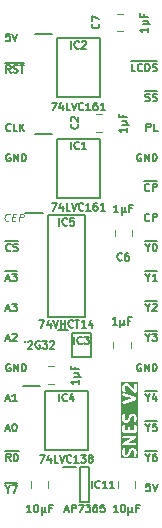
<source format=gto>
%TF.GenerationSoftware,KiCad,Pcbnew,8.0.7*%
%TF.CreationDate,2025-02-05T15:22:50+02:00*%
%TF.ProjectId,SNES Controller Clock,534e4553-2043-46f6-9e74-726f6c6c6572,V2*%
%TF.SameCoordinates,Original*%
%TF.FileFunction,Legend,Top*%
%TF.FilePolarity,Positive*%
%FSLAX46Y46*%
G04 Gerber Fmt 4.6, Leading zero omitted, Abs format (unit mm)*
G04 Created by KiCad (PCBNEW 8.0.7) date 2025-02-05 15:22:50*
%MOMM*%
%LPD*%
G01*
G04 APERTURE LIST*
%ADD10C,0.150000*%
%ADD11C,0.100000*%
%ADD12C,0.200000*%
%ADD13C,0.120000*%
G04 APERTURE END LIST*
D10*
X13036744Y-5335725D02*
X13127458Y-5365963D01*
X13127458Y-5365963D02*
X13278649Y-5365963D01*
X13278649Y-5365963D02*
X13339125Y-5335725D01*
X13339125Y-5335725D02*
X13369363Y-5305486D01*
X13369363Y-5305486D02*
X13399601Y-5245010D01*
X13399601Y-5245010D02*
X13399601Y-5184534D01*
X13399601Y-5184534D02*
X13369363Y-5124058D01*
X13369363Y-5124058D02*
X13339125Y-5093820D01*
X13339125Y-5093820D02*
X13278649Y-5063582D01*
X13278649Y-5063582D02*
X13157696Y-5033344D01*
X13157696Y-5033344D02*
X13097220Y-5003105D01*
X13097220Y-5003105D02*
X13066982Y-4972867D01*
X13066982Y-4972867D02*
X13036744Y-4912391D01*
X13036744Y-4912391D02*
X13036744Y-4851915D01*
X13036744Y-4851915D02*
X13066982Y-4791439D01*
X13066982Y-4791439D02*
X13097220Y-4761201D01*
X13097220Y-4761201D02*
X13157696Y-4730963D01*
X13157696Y-4730963D02*
X13308887Y-4730963D01*
X13308887Y-4730963D02*
X13399601Y-4761201D01*
X13641506Y-5335725D02*
X13732220Y-5365963D01*
X13732220Y-5365963D02*
X13883411Y-5365963D01*
X13883411Y-5365963D02*
X13943887Y-5335725D01*
X13943887Y-5335725D02*
X13974125Y-5305486D01*
X13974125Y-5305486D02*
X14004363Y-5245010D01*
X14004363Y-5245010D02*
X14004363Y-5184534D01*
X14004363Y-5184534D02*
X13974125Y-5124058D01*
X13974125Y-5124058D02*
X13943887Y-5093820D01*
X13943887Y-5093820D02*
X13883411Y-5063582D01*
X13883411Y-5063582D02*
X13762458Y-5033344D01*
X13762458Y-5033344D02*
X13701982Y-5003105D01*
X13701982Y-5003105D02*
X13671744Y-4972867D01*
X13671744Y-4972867D02*
X13641506Y-4912391D01*
X13641506Y-4912391D02*
X13641506Y-4851915D01*
X13641506Y-4851915D02*
X13671744Y-4791439D01*
X13671744Y-4791439D02*
X13701982Y-4761201D01*
X13701982Y-4761201D02*
X13762458Y-4730963D01*
X13762458Y-4730963D02*
X13913649Y-4730963D01*
X13913649Y-4730963D02*
X14004363Y-4761201D01*
X12979292Y-4554675D02*
X14061816Y-4554675D01*
X13248410Y-17763582D02*
X13248410Y-18065963D01*
X13036744Y-17430963D02*
X13248410Y-17763582D01*
X13248410Y-17763582D02*
X13460077Y-17430963D01*
X13792696Y-17430963D02*
X13853173Y-17430963D01*
X13853173Y-17430963D02*
X13913649Y-17461201D01*
X13913649Y-17461201D02*
X13943887Y-17491439D01*
X13943887Y-17491439D02*
X13974125Y-17551915D01*
X13974125Y-17551915D02*
X14004363Y-17672867D01*
X14004363Y-17672867D02*
X14004363Y-17824058D01*
X14004363Y-17824058D02*
X13974125Y-17945010D01*
X13974125Y-17945010D02*
X13943887Y-18005486D01*
X13943887Y-18005486D02*
X13913649Y-18035725D01*
X13913649Y-18035725D02*
X13853173Y-18065963D01*
X13853173Y-18065963D02*
X13792696Y-18065963D01*
X13792696Y-18065963D02*
X13732220Y-18035725D01*
X13732220Y-18035725D02*
X13701982Y-18005486D01*
X13701982Y-18005486D02*
X13671744Y-17945010D01*
X13671744Y-17945010D02*
X13641506Y-17824058D01*
X13641506Y-17824058D02*
X13641506Y-17672867D01*
X13641506Y-17672867D02*
X13671744Y-17551915D01*
X13671744Y-17551915D02*
X13701982Y-17491439D01*
X13701982Y-17491439D02*
X13732220Y-17461201D01*
X13732220Y-17461201D02*
X13792696Y-17430963D01*
X13039768Y-17254675D02*
X14061816Y-17254675D01*
X1598493Y-9841201D02*
X1538017Y-9810963D01*
X1538017Y-9810963D02*
X1447303Y-9810963D01*
X1447303Y-9810963D02*
X1356588Y-9841201D01*
X1356588Y-9841201D02*
X1296112Y-9901677D01*
X1296112Y-9901677D02*
X1265874Y-9962153D01*
X1265874Y-9962153D02*
X1235636Y-10083105D01*
X1235636Y-10083105D02*
X1235636Y-10173820D01*
X1235636Y-10173820D02*
X1265874Y-10294772D01*
X1265874Y-10294772D02*
X1296112Y-10355248D01*
X1296112Y-10355248D02*
X1356588Y-10415725D01*
X1356588Y-10415725D02*
X1447303Y-10445963D01*
X1447303Y-10445963D02*
X1507779Y-10445963D01*
X1507779Y-10445963D02*
X1598493Y-10415725D01*
X1598493Y-10415725D02*
X1628731Y-10385486D01*
X1628731Y-10385486D02*
X1628731Y-10173820D01*
X1628731Y-10173820D02*
X1507779Y-10173820D01*
X1900874Y-10445963D02*
X1900874Y-9810963D01*
X1900874Y-9810963D02*
X2263731Y-10445963D01*
X2263731Y-10445963D02*
X2263731Y-9810963D01*
X2566112Y-10445963D02*
X2566112Y-9810963D01*
X2566112Y-9810963D02*
X2717302Y-9810963D01*
X2717302Y-9810963D02*
X2808017Y-9841201D01*
X2808017Y-9841201D02*
X2868493Y-9901677D01*
X2868493Y-9901677D02*
X2898731Y-9962153D01*
X2898731Y-9962153D02*
X2928969Y-10083105D01*
X2928969Y-10083105D02*
X2928969Y-10173820D01*
X2928969Y-10173820D02*
X2898731Y-10294772D01*
X2898731Y-10294772D02*
X2868493Y-10355248D01*
X2868493Y-10355248D02*
X2808017Y-10415725D01*
X2808017Y-10415725D02*
X2717302Y-10445963D01*
X2717302Y-10445963D02*
X2566112Y-10445963D01*
X12190077Y-2825963D02*
X11887696Y-2825963D01*
X11887696Y-2825963D02*
X11887696Y-2190963D01*
X12764601Y-2765486D02*
X12734363Y-2795725D01*
X12734363Y-2795725D02*
X12643649Y-2825963D01*
X12643649Y-2825963D02*
X12583173Y-2825963D01*
X12583173Y-2825963D02*
X12492458Y-2795725D01*
X12492458Y-2795725D02*
X12431982Y-2735248D01*
X12431982Y-2735248D02*
X12401744Y-2674772D01*
X12401744Y-2674772D02*
X12371506Y-2553820D01*
X12371506Y-2553820D02*
X12371506Y-2463105D01*
X12371506Y-2463105D02*
X12401744Y-2342153D01*
X12401744Y-2342153D02*
X12431982Y-2281677D01*
X12431982Y-2281677D02*
X12492458Y-2221201D01*
X12492458Y-2221201D02*
X12583173Y-2190963D01*
X12583173Y-2190963D02*
X12643649Y-2190963D01*
X12643649Y-2190963D02*
X12734363Y-2221201D01*
X12734363Y-2221201D02*
X12764601Y-2251439D01*
X13036744Y-2825963D02*
X13036744Y-2190963D01*
X13036744Y-2190963D02*
X13187934Y-2190963D01*
X13187934Y-2190963D02*
X13278649Y-2221201D01*
X13278649Y-2221201D02*
X13339125Y-2281677D01*
X13339125Y-2281677D02*
X13369363Y-2342153D01*
X13369363Y-2342153D02*
X13399601Y-2463105D01*
X13399601Y-2463105D02*
X13399601Y-2553820D01*
X13399601Y-2553820D02*
X13369363Y-2674772D01*
X13369363Y-2674772D02*
X13339125Y-2735248D01*
X13339125Y-2735248D02*
X13278649Y-2795725D01*
X13278649Y-2795725D02*
X13187934Y-2825963D01*
X13187934Y-2825963D02*
X13036744Y-2825963D01*
X13641506Y-2795725D02*
X13732220Y-2825963D01*
X13732220Y-2825963D02*
X13883411Y-2825963D01*
X13883411Y-2825963D02*
X13943887Y-2795725D01*
X13943887Y-2795725D02*
X13974125Y-2765486D01*
X13974125Y-2765486D02*
X14004363Y-2705010D01*
X14004363Y-2705010D02*
X14004363Y-2644534D01*
X14004363Y-2644534D02*
X13974125Y-2584058D01*
X13974125Y-2584058D02*
X13943887Y-2553820D01*
X13943887Y-2553820D02*
X13883411Y-2523582D01*
X13883411Y-2523582D02*
X13762458Y-2493344D01*
X13762458Y-2493344D02*
X13701982Y-2463105D01*
X13701982Y-2463105D02*
X13671744Y-2432867D01*
X13671744Y-2432867D02*
X13641506Y-2372391D01*
X13641506Y-2372391D02*
X13641506Y-2311915D01*
X13641506Y-2311915D02*
X13671744Y-2251439D01*
X13671744Y-2251439D02*
X13701982Y-2221201D01*
X13701982Y-2221201D02*
X13762458Y-2190963D01*
X13762458Y-2190963D02*
X13913649Y-2190963D01*
X13913649Y-2190963D02*
X14004363Y-2221201D01*
X11800006Y-2014675D02*
X14061816Y-2014675D01*
X12673887Y-9841201D02*
X12613411Y-9810963D01*
X12613411Y-9810963D02*
X12522697Y-9810963D01*
X12522697Y-9810963D02*
X12431982Y-9841201D01*
X12431982Y-9841201D02*
X12371506Y-9901677D01*
X12371506Y-9901677D02*
X12341268Y-9962153D01*
X12341268Y-9962153D02*
X12311030Y-10083105D01*
X12311030Y-10083105D02*
X12311030Y-10173820D01*
X12311030Y-10173820D02*
X12341268Y-10294772D01*
X12341268Y-10294772D02*
X12371506Y-10355248D01*
X12371506Y-10355248D02*
X12431982Y-10415725D01*
X12431982Y-10415725D02*
X12522697Y-10445963D01*
X12522697Y-10445963D02*
X12583173Y-10445963D01*
X12583173Y-10445963D02*
X12673887Y-10415725D01*
X12673887Y-10415725D02*
X12704125Y-10385486D01*
X12704125Y-10385486D02*
X12704125Y-10173820D01*
X12704125Y-10173820D02*
X12583173Y-10173820D01*
X12976268Y-10445963D02*
X12976268Y-9810963D01*
X12976268Y-9810963D02*
X13339125Y-10445963D01*
X13339125Y-10445963D02*
X13339125Y-9810963D01*
X13641506Y-10445963D02*
X13641506Y-9810963D01*
X13641506Y-9810963D02*
X13792696Y-9810963D01*
X13792696Y-9810963D02*
X13883411Y-9841201D01*
X13883411Y-9841201D02*
X13943887Y-9901677D01*
X13943887Y-9901677D02*
X13974125Y-9962153D01*
X13974125Y-9962153D02*
X14004363Y-10083105D01*
X14004363Y-10083105D02*
X14004363Y-10173820D01*
X14004363Y-10173820D02*
X13974125Y-10294772D01*
X13974125Y-10294772D02*
X13943887Y-10355248D01*
X13943887Y-10355248D02*
X13883411Y-10415725D01*
X13883411Y-10415725D02*
X13792696Y-10445963D01*
X13792696Y-10445963D02*
X13641506Y-10445963D01*
X13369363Y-12925486D02*
X13339125Y-12955725D01*
X13339125Y-12955725D02*
X13248411Y-12985963D01*
X13248411Y-12985963D02*
X13187935Y-12985963D01*
X13187935Y-12985963D02*
X13097220Y-12955725D01*
X13097220Y-12955725D02*
X13036744Y-12895248D01*
X13036744Y-12895248D02*
X13006506Y-12834772D01*
X13006506Y-12834772D02*
X12976268Y-12713820D01*
X12976268Y-12713820D02*
X12976268Y-12623105D01*
X12976268Y-12623105D02*
X13006506Y-12502153D01*
X13006506Y-12502153D02*
X13036744Y-12441677D01*
X13036744Y-12441677D02*
X13097220Y-12381201D01*
X13097220Y-12381201D02*
X13187935Y-12350963D01*
X13187935Y-12350963D02*
X13248411Y-12350963D01*
X13248411Y-12350963D02*
X13339125Y-12381201D01*
X13339125Y-12381201D02*
X13369363Y-12411439D01*
X13641506Y-12985963D02*
X13641506Y-12350963D01*
X13641506Y-12350963D02*
X13883411Y-12350963D01*
X13883411Y-12350963D02*
X13943887Y-12381201D01*
X13943887Y-12381201D02*
X13974125Y-12411439D01*
X13974125Y-12411439D02*
X14004363Y-12471915D01*
X14004363Y-12471915D02*
X14004363Y-12562629D01*
X14004363Y-12562629D02*
X13974125Y-12623105D01*
X13974125Y-12623105D02*
X13943887Y-12653344D01*
X13943887Y-12653344D02*
X13883411Y-12683582D01*
X13883411Y-12683582D02*
X13641506Y-12683582D01*
X12918816Y-12174675D02*
X14061816Y-12174675D01*
X13248410Y-22843582D02*
X13248410Y-23145963D01*
X13036744Y-22510963D02*
X13248410Y-22843582D01*
X13248410Y-22843582D02*
X13460077Y-22510963D01*
X13641506Y-22571439D02*
X13671744Y-22541201D01*
X13671744Y-22541201D02*
X13732220Y-22510963D01*
X13732220Y-22510963D02*
X13883411Y-22510963D01*
X13883411Y-22510963D02*
X13943887Y-22541201D01*
X13943887Y-22541201D02*
X13974125Y-22571439D01*
X13974125Y-22571439D02*
X14004363Y-22631915D01*
X14004363Y-22631915D02*
X14004363Y-22692391D01*
X14004363Y-22692391D02*
X13974125Y-22783105D01*
X13974125Y-22783105D02*
X13611268Y-23145963D01*
X13611268Y-23145963D02*
X14004363Y-23145963D01*
X13039768Y-22334675D02*
X14061816Y-22334675D01*
X13127458Y-7905963D02*
X13127458Y-7270963D01*
X13127458Y-7270963D02*
X13369363Y-7270963D01*
X13369363Y-7270963D02*
X13429839Y-7301201D01*
X13429839Y-7301201D02*
X13460077Y-7331439D01*
X13460077Y-7331439D02*
X13490315Y-7391915D01*
X13490315Y-7391915D02*
X13490315Y-7482629D01*
X13490315Y-7482629D02*
X13460077Y-7543105D01*
X13460077Y-7543105D02*
X13429839Y-7573344D01*
X13429839Y-7573344D02*
X13369363Y-7603582D01*
X13369363Y-7603582D02*
X13127458Y-7603582D01*
X14064839Y-7905963D02*
X13762458Y-7905963D01*
X13762458Y-7905963D02*
X13762458Y-7270963D01*
X1235636Y-22964534D02*
X1538017Y-22964534D01*
X1175160Y-23145963D02*
X1386826Y-22510963D01*
X1386826Y-22510963D02*
X1598493Y-23145963D01*
X1749684Y-22510963D02*
X2142779Y-22510963D01*
X2142779Y-22510963D02*
X1931112Y-22752867D01*
X1931112Y-22752867D02*
X2021827Y-22752867D01*
X2021827Y-22752867D02*
X2082303Y-22783105D01*
X2082303Y-22783105D02*
X2112541Y-22813344D01*
X2112541Y-22813344D02*
X2142779Y-22873820D01*
X2142779Y-22873820D02*
X2142779Y-23025010D01*
X2142779Y-23025010D02*
X2112541Y-23085486D01*
X2112541Y-23085486D02*
X2082303Y-23115725D01*
X2082303Y-23115725D02*
X2021827Y-23145963D01*
X2021827Y-23145963D02*
X1840398Y-23145963D01*
X1840398Y-23145963D02*
X1779922Y-23115725D01*
X1779922Y-23115725D02*
X1749684Y-23085486D01*
X13248410Y-33003582D02*
X13248410Y-33305963D01*
X13036744Y-32670963D02*
X13248410Y-33003582D01*
X13248410Y-33003582D02*
X13460077Y-32670963D01*
X13974125Y-32670963D02*
X13671744Y-32670963D01*
X13671744Y-32670963D02*
X13641506Y-32973344D01*
X13641506Y-32973344D02*
X13671744Y-32943105D01*
X13671744Y-32943105D02*
X13732220Y-32912867D01*
X13732220Y-32912867D02*
X13883411Y-32912867D01*
X13883411Y-32912867D02*
X13943887Y-32943105D01*
X13943887Y-32943105D02*
X13974125Y-32973344D01*
X13974125Y-32973344D02*
X14004363Y-33033820D01*
X14004363Y-33033820D02*
X14004363Y-33185010D01*
X14004363Y-33185010D02*
X13974125Y-33245486D01*
X13974125Y-33245486D02*
X13943887Y-33275725D01*
X13943887Y-33275725D02*
X13883411Y-33305963D01*
X13883411Y-33305963D02*
X13732220Y-33305963D01*
X13732220Y-33305963D02*
X13671744Y-33275725D01*
X13671744Y-33275725D02*
X13641506Y-33245486D01*
X13039768Y-32494675D02*
X14061816Y-32494675D01*
X12673887Y-27621201D02*
X12613411Y-27590963D01*
X12613411Y-27590963D02*
X12522697Y-27590963D01*
X12522697Y-27590963D02*
X12431982Y-27621201D01*
X12431982Y-27621201D02*
X12371506Y-27681677D01*
X12371506Y-27681677D02*
X12341268Y-27742153D01*
X12341268Y-27742153D02*
X12311030Y-27863105D01*
X12311030Y-27863105D02*
X12311030Y-27953820D01*
X12311030Y-27953820D02*
X12341268Y-28074772D01*
X12341268Y-28074772D02*
X12371506Y-28135248D01*
X12371506Y-28135248D02*
X12431982Y-28195725D01*
X12431982Y-28195725D02*
X12522697Y-28225963D01*
X12522697Y-28225963D02*
X12583173Y-28225963D01*
X12583173Y-28225963D02*
X12673887Y-28195725D01*
X12673887Y-28195725D02*
X12704125Y-28165486D01*
X12704125Y-28165486D02*
X12704125Y-27953820D01*
X12704125Y-27953820D02*
X12583173Y-27953820D01*
X12976268Y-28225963D02*
X12976268Y-27590963D01*
X12976268Y-27590963D02*
X13339125Y-28225963D01*
X13339125Y-28225963D02*
X13339125Y-27590963D01*
X13641506Y-28225963D02*
X13641506Y-27590963D01*
X13641506Y-27590963D02*
X13792696Y-27590963D01*
X13792696Y-27590963D02*
X13883411Y-27621201D01*
X13883411Y-27621201D02*
X13943887Y-27681677D01*
X13943887Y-27681677D02*
X13974125Y-27742153D01*
X13974125Y-27742153D02*
X14004363Y-27863105D01*
X14004363Y-27863105D02*
X14004363Y-27953820D01*
X14004363Y-27953820D02*
X13974125Y-28074772D01*
X13974125Y-28074772D02*
X13943887Y-28135248D01*
X13943887Y-28135248D02*
X13883411Y-28195725D01*
X13883411Y-28195725D02*
X13792696Y-28225963D01*
X13792696Y-28225963D02*
X13641506Y-28225963D01*
X1628731Y-18005486D02*
X1598493Y-18035725D01*
X1598493Y-18035725D02*
X1507779Y-18065963D01*
X1507779Y-18065963D02*
X1447303Y-18065963D01*
X1447303Y-18065963D02*
X1356588Y-18035725D01*
X1356588Y-18035725D02*
X1296112Y-17975248D01*
X1296112Y-17975248D02*
X1265874Y-17914772D01*
X1265874Y-17914772D02*
X1235636Y-17793820D01*
X1235636Y-17793820D02*
X1235636Y-17703105D01*
X1235636Y-17703105D02*
X1265874Y-17582153D01*
X1265874Y-17582153D02*
X1296112Y-17521677D01*
X1296112Y-17521677D02*
X1356588Y-17461201D01*
X1356588Y-17461201D02*
X1447303Y-17430963D01*
X1447303Y-17430963D02*
X1507779Y-17430963D01*
X1507779Y-17430963D02*
X1598493Y-17461201D01*
X1598493Y-17461201D02*
X1628731Y-17491439D01*
X1870636Y-18035725D02*
X1961350Y-18065963D01*
X1961350Y-18065963D02*
X2112541Y-18065963D01*
X2112541Y-18065963D02*
X2173017Y-18035725D01*
X2173017Y-18035725D02*
X2203255Y-18005486D01*
X2203255Y-18005486D02*
X2233493Y-17945010D01*
X2233493Y-17945010D02*
X2233493Y-17884534D01*
X2233493Y-17884534D02*
X2203255Y-17824058D01*
X2203255Y-17824058D02*
X2173017Y-17793820D01*
X2173017Y-17793820D02*
X2112541Y-17763582D01*
X2112541Y-17763582D02*
X1991588Y-17733344D01*
X1991588Y-17733344D02*
X1931112Y-17703105D01*
X1931112Y-17703105D02*
X1900874Y-17672867D01*
X1900874Y-17672867D02*
X1870636Y-17612391D01*
X1870636Y-17612391D02*
X1870636Y-17551915D01*
X1870636Y-17551915D02*
X1900874Y-17491439D01*
X1900874Y-17491439D02*
X1931112Y-17461201D01*
X1931112Y-17461201D02*
X1991588Y-17430963D01*
X1991588Y-17430963D02*
X2142779Y-17430963D01*
X2142779Y-17430963D02*
X2233493Y-17461201D01*
X1178184Y-17254675D02*
X2290946Y-17254675D01*
D11*
X1472616Y-15468086D02*
X1438598Y-15498325D01*
X1438598Y-15498325D02*
X1344104Y-15528563D01*
X1344104Y-15528563D02*
X1283628Y-15528563D01*
X1283628Y-15528563D02*
X1196693Y-15498325D01*
X1196693Y-15498325D02*
X1143777Y-15437848D01*
X1143777Y-15437848D02*
X1121098Y-15377372D01*
X1121098Y-15377372D02*
X1105979Y-15256420D01*
X1105979Y-15256420D02*
X1117318Y-15165705D01*
X1117318Y-15165705D02*
X1162675Y-15044753D01*
X1162675Y-15044753D02*
X1200473Y-14984277D01*
X1200473Y-14984277D02*
X1268509Y-14923801D01*
X1268509Y-14923801D02*
X1363003Y-14893563D01*
X1363003Y-14893563D02*
X1423479Y-14893563D01*
X1423479Y-14893563D02*
X1510414Y-14923801D01*
X1510414Y-14923801D02*
X1536872Y-14954039D01*
X1778777Y-15195944D02*
X1990443Y-15195944D01*
X2039580Y-15528563D02*
X1737199Y-15528563D01*
X1737199Y-15528563D02*
X1816574Y-14893563D01*
X1816574Y-14893563D02*
X2118955Y-14893563D01*
X2311723Y-15528563D02*
X2391098Y-14893563D01*
X2391098Y-14893563D02*
X2633003Y-14893563D01*
X2633003Y-14893563D02*
X2689699Y-14923801D01*
X2689699Y-14923801D02*
X2716158Y-14954039D01*
X2716158Y-14954039D02*
X2738836Y-15014515D01*
X2738836Y-15014515D02*
X2727497Y-15105229D01*
X2727497Y-15105229D02*
X2689699Y-15165705D01*
X2689699Y-15165705D02*
X2655682Y-15195944D01*
X2655682Y-15195944D02*
X2591426Y-15226182D01*
X2591426Y-15226182D02*
X2349521Y-15226182D01*
D10*
X13248410Y-20303582D02*
X13248410Y-20605963D01*
X13036744Y-19970963D02*
X13248410Y-20303582D01*
X13248410Y-20303582D02*
X13460077Y-19970963D01*
X14004363Y-20605963D02*
X13641506Y-20605963D01*
X13822934Y-20605963D02*
X13822934Y-19970963D01*
X13822934Y-19970963D02*
X13762458Y-20061677D01*
X13762458Y-20061677D02*
X13701982Y-20122153D01*
X13701982Y-20122153D02*
X13641506Y-20152391D01*
X13039768Y-19794675D02*
X14061816Y-19794675D01*
X1568255Y349036D02*
X1265874Y349036D01*
X1265874Y349036D02*
X1235636Y46655D01*
X1235636Y46655D02*
X1265874Y76894D01*
X1265874Y76894D02*
X1326350Y107132D01*
X1326350Y107132D02*
X1477541Y107132D01*
X1477541Y107132D02*
X1538017Y76894D01*
X1538017Y76894D02*
X1568255Y46655D01*
X1568255Y46655D02*
X1598493Y-13820D01*
X1598493Y-13820D02*
X1598493Y-165010D01*
X1598493Y-165010D02*
X1568255Y-225486D01*
X1568255Y-225486D02*
X1538017Y-255725D01*
X1538017Y-255725D02*
X1477541Y-285963D01*
X1477541Y-285963D02*
X1326350Y-285963D01*
X1326350Y-285963D02*
X1265874Y-255725D01*
X1265874Y-255725D02*
X1235636Y-225486D01*
X1779922Y349036D02*
X1991588Y-285963D01*
X1991588Y-285963D02*
X2203255Y349036D01*
X1628731Y-7845486D02*
X1598493Y-7875725D01*
X1598493Y-7875725D02*
X1507779Y-7905963D01*
X1507779Y-7905963D02*
X1447303Y-7905963D01*
X1447303Y-7905963D02*
X1356588Y-7875725D01*
X1356588Y-7875725D02*
X1296112Y-7815248D01*
X1296112Y-7815248D02*
X1265874Y-7754772D01*
X1265874Y-7754772D02*
X1235636Y-7633820D01*
X1235636Y-7633820D02*
X1235636Y-7543105D01*
X1235636Y-7543105D02*
X1265874Y-7422153D01*
X1265874Y-7422153D02*
X1296112Y-7361677D01*
X1296112Y-7361677D02*
X1356588Y-7301201D01*
X1356588Y-7301201D02*
X1447303Y-7270963D01*
X1447303Y-7270963D02*
X1507779Y-7270963D01*
X1507779Y-7270963D02*
X1598493Y-7301201D01*
X1598493Y-7301201D02*
X1628731Y-7331439D01*
X2203255Y-7905963D02*
X1900874Y-7905963D01*
X1900874Y-7905963D02*
X1900874Y-7270963D01*
X2414922Y-7905963D02*
X2414922Y-7270963D01*
X2777779Y-7905963D02*
X2505636Y-7543105D01*
X2777779Y-7270963D02*
X2414922Y-7633820D01*
D12*
G36*
X12397330Y-35619920D02*
G01*
X10975108Y-35619920D01*
X10975108Y-34980238D01*
X11086219Y-34980238D01*
X11086219Y-35218333D01*
X11088140Y-35237842D01*
X11089515Y-35241162D01*
X11089770Y-35244746D01*
X11096776Y-35263054D01*
X11144395Y-35358292D01*
X11149680Y-35366688D01*
X11150691Y-35369128D01*
X11152944Y-35371874D01*
X11154838Y-35374882D01*
X11156832Y-35376611D01*
X11163127Y-35384282D01*
X11210746Y-35431900D01*
X11218412Y-35438192D01*
X11220145Y-35440190D01*
X11223153Y-35442083D01*
X11225899Y-35444337D01*
X11228339Y-35445347D01*
X11236736Y-35450633D01*
X11331973Y-35498252D01*
X11350282Y-35505258D01*
X11353865Y-35505512D01*
X11357186Y-35506888D01*
X11376695Y-35508809D01*
X11471933Y-35508809D01*
X11491442Y-35506888D01*
X11494762Y-35505512D01*
X11498346Y-35505258D01*
X11516654Y-35498252D01*
X11611892Y-35450633D01*
X11620288Y-35445347D01*
X11622728Y-35444337D01*
X11625474Y-35442083D01*
X11628482Y-35440190D01*
X11630211Y-35438195D01*
X11637882Y-35431901D01*
X11685500Y-35384282D01*
X11691792Y-35376615D01*
X11693790Y-35374883D01*
X11695683Y-35371874D01*
X11697937Y-35369129D01*
X11698947Y-35366688D01*
X11704233Y-35358292D01*
X11751852Y-35263055D01*
X11752398Y-35261626D01*
X11752828Y-35261047D01*
X11755749Y-35252870D01*
X11758858Y-35244746D01*
X11758909Y-35244025D01*
X11759423Y-35242587D01*
X11804379Y-35062761D01*
X11839833Y-34991854D01*
X11864501Y-34967185D01*
X11924111Y-34937381D01*
X11972135Y-34937381D01*
X12031746Y-34967187D01*
X12056414Y-34991854D01*
X12086219Y-35051464D01*
X12086219Y-35249725D01*
X12043732Y-35377186D01*
X12039385Y-35396302D01*
X12042151Y-35435222D01*
X12059601Y-35470121D01*
X12089077Y-35495686D01*
X12126093Y-35508024D01*
X12165013Y-35505258D01*
X12199912Y-35487808D01*
X12225477Y-35458332D01*
X12233468Y-35440432D01*
X12281087Y-35297575D01*
X12283286Y-35287902D01*
X12284298Y-35285461D01*
X12284646Y-35281923D01*
X12285434Y-35278460D01*
X12285246Y-35275825D01*
X12286219Y-35265952D01*
X12286219Y-35027857D01*
X12284298Y-35008348D01*
X12282922Y-35005027D01*
X12282668Y-35001444D01*
X12275662Y-34983135D01*
X12228043Y-34887898D01*
X12222757Y-34879501D01*
X12221747Y-34877061D01*
X12219493Y-34874315D01*
X12217600Y-34871307D01*
X12215603Y-34869575D01*
X12209310Y-34861907D01*
X12161690Y-34814289D01*
X12154020Y-34807994D01*
X12152291Y-34806000D01*
X12149286Y-34804108D01*
X12146537Y-34801852D01*
X12144093Y-34800840D01*
X12135701Y-34795557D01*
X12040463Y-34747938D01*
X12022155Y-34740932D01*
X12018571Y-34740677D01*
X12015251Y-34739302D01*
X11995742Y-34737381D01*
X11900504Y-34737381D01*
X11880995Y-34739302D01*
X11877674Y-34740677D01*
X11874091Y-34740932D01*
X11855782Y-34747938D01*
X11760545Y-34795557D01*
X11752148Y-34800842D01*
X11749708Y-34801853D01*
X11746962Y-34804106D01*
X11743954Y-34806000D01*
X11742221Y-34807997D01*
X11734555Y-34814290D01*
X11686936Y-34861908D01*
X11680641Y-34869578D01*
X11678647Y-34871308D01*
X11676753Y-34874315D01*
X11674500Y-34877062D01*
X11673489Y-34879501D01*
X11668204Y-34887898D01*
X11620585Y-34983136D01*
X11620039Y-34984562D01*
X11619609Y-34985143D01*
X11616687Y-34993319D01*
X11613579Y-35001444D01*
X11613527Y-35002166D01*
X11613014Y-35003604D01*
X11568057Y-35183428D01*
X11532604Y-35254335D01*
X11507935Y-35279003D01*
X11448326Y-35308809D01*
X11400302Y-35308809D01*
X11340692Y-35279004D01*
X11316024Y-35254335D01*
X11286219Y-35194725D01*
X11286219Y-34996465D01*
X11328706Y-34869004D01*
X11333053Y-34849889D01*
X11330287Y-34810969D01*
X11312837Y-34776070D01*
X11283361Y-34750505D01*
X11246345Y-34738166D01*
X11207425Y-34740933D01*
X11172526Y-34758382D01*
X11146961Y-34787858D01*
X11138970Y-34805759D01*
X11091351Y-34948615D01*
X11089151Y-34958286D01*
X11088140Y-34960729D01*
X11087791Y-34964267D01*
X11087004Y-34967731D01*
X11087191Y-34970364D01*
X11086219Y-34980238D01*
X10975108Y-34980238D01*
X10975108Y-34401824D01*
X11086463Y-34401824D01*
X11088140Y-34415017D01*
X11088140Y-34428318D01*
X11090579Y-34434206D01*
X11091383Y-34440531D01*
X11097983Y-34452080D01*
X11103072Y-34464366D01*
X11107579Y-34468873D01*
X11110742Y-34474408D01*
X11121256Y-34482550D01*
X11130662Y-34491956D01*
X11136552Y-34494395D01*
X11141591Y-34498298D01*
X11154419Y-34501796D01*
X11166710Y-34506888D01*
X11176687Y-34507870D01*
X11179234Y-34508565D01*
X11181201Y-34508314D01*
X11186219Y-34508809D01*
X12186219Y-34508809D01*
X12205728Y-34506888D01*
X12241776Y-34491956D01*
X12269366Y-34464366D01*
X12284298Y-34428318D01*
X12284298Y-34389300D01*
X12269366Y-34353252D01*
X12241776Y-34325662D01*
X12205728Y-34310730D01*
X12186219Y-34308809D01*
X11562775Y-34308809D01*
X12235833Y-33924205D01*
X12239943Y-33921286D01*
X12241776Y-33920528D01*
X12243642Y-33918661D01*
X12251818Y-33912858D01*
X12259962Y-33902341D01*
X12269366Y-33892938D01*
X12271804Y-33887050D01*
X12275709Y-33882009D01*
X12279208Y-33869176D01*
X12284298Y-33856890D01*
X12284298Y-33850514D01*
X12285975Y-33844365D01*
X12284298Y-33831171D01*
X12284298Y-33817872D01*
X12281858Y-33811983D01*
X12281055Y-33805659D01*
X12274454Y-33794109D01*
X12269366Y-33781824D01*
X12264858Y-33777316D01*
X12261696Y-33771782D01*
X12251179Y-33763637D01*
X12241776Y-33754234D01*
X12235888Y-33751795D01*
X12230847Y-33747891D01*
X12218014Y-33744391D01*
X12205728Y-33739302D01*
X12195750Y-33738319D01*
X12193204Y-33737625D01*
X12191236Y-33737875D01*
X12186219Y-33737381D01*
X11186219Y-33737381D01*
X11166710Y-33739302D01*
X11130662Y-33754234D01*
X11103072Y-33781824D01*
X11088140Y-33817872D01*
X11088140Y-33856890D01*
X11103072Y-33892938D01*
X11130662Y-33920528D01*
X11166710Y-33935460D01*
X11186219Y-33937381D01*
X11809663Y-33937381D01*
X11136605Y-34321985D01*
X11132494Y-34324903D01*
X11130662Y-34325662D01*
X11128795Y-34327528D01*
X11120620Y-34333332D01*
X11112477Y-34343846D01*
X11103072Y-34353252D01*
X11100632Y-34359142D01*
X11096730Y-34364181D01*
X11093231Y-34377009D01*
X11088140Y-34389300D01*
X11088140Y-34395675D01*
X11086463Y-34401824D01*
X10975108Y-34401824D01*
X10975108Y-32885000D01*
X11086219Y-32885000D01*
X11086219Y-33361190D01*
X11088140Y-33380699D01*
X11103072Y-33416747D01*
X11130662Y-33444337D01*
X11166710Y-33459269D01*
X11186219Y-33461190D01*
X12186219Y-33461190D01*
X12205728Y-33459269D01*
X12241776Y-33444337D01*
X12269366Y-33416747D01*
X12284298Y-33380699D01*
X12286219Y-33361190D01*
X12286219Y-32885000D01*
X12284298Y-32865491D01*
X12269366Y-32829443D01*
X12241776Y-32801853D01*
X12205728Y-32786921D01*
X12166710Y-32786921D01*
X12130662Y-32801853D01*
X12103072Y-32829443D01*
X12088140Y-32865491D01*
X12086219Y-32885000D01*
X12086219Y-33261190D01*
X11762409Y-33261190D01*
X11762409Y-33027857D01*
X11760488Y-33008348D01*
X11745556Y-32972300D01*
X11717966Y-32944710D01*
X11681918Y-32929778D01*
X11642900Y-32929778D01*
X11606852Y-32944710D01*
X11579262Y-32972300D01*
X11564330Y-33008348D01*
X11562409Y-33027857D01*
X11562409Y-33261190D01*
X11286219Y-33261190D01*
X11286219Y-32885000D01*
X11284298Y-32865491D01*
X11269366Y-32829443D01*
X11241776Y-32801853D01*
X11205728Y-32786921D01*
X11166710Y-32786921D01*
X11130662Y-32801853D01*
X11103072Y-32829443D01*
X11088140Y-32865491D01*
X11086219Y-32885000D01*
X10975108Y-32885000D01*
X10975108Y-32075476D01*
X11086219Y-32075476D01*
X11086219Y-32313571D01*
X11088140Y-32333080D01*
X11089515Y-32336400D01*
X11089770Y-32339984D01*
X11096776Y-32358292D01*
X11144395Y-32453530D01*
X11149680Y-32461926D01*
X11150691Y-32464366D01*
X11152944Y-32467112D01*
X11154838Y-32470120D01*
X11156832Y-32471849D01*
X11163127Y-32479520D01*
X11210746Y-32527138D01*
X11218412Y-32533430D01*
X11220145Y-32535428D01*
X11223153Y-32537321D01*
X11225899Y-32539575D01*
X11228339Y-32540585D01*
X11236736Y-32545871D01*
X11331973Y-32593490D01*
X11350282Y-32600496D01*
X11353865Y-32600750D01*
X11357186Y-32602126D01*
X11376695Y-32604047D01*
X11471933Y-32604047D01*
X11491442Y-32602126D01*
X11494762Y-32600750D01*
X11498346Y-32600496D01*
X11516654Y-32593490D01*
X11611892Y-32545871D01*
X11620288Y-32540585D01*
X11622728Y-32539575D01*
X11625474Y-32537321D01*
X11628482Y-32535428D01*
X11630211Y-32533433D01*
X11637882Y-32527139D01*
X11685500Y-32479520D01*
X11691792Y-32471853D01*
X11693790Y-32470121D01*
X11695683Y-32467112D01*
X11697937Y-32464367D01*
X11698947Y-32461926D01*
X11704233Y-32453530D01*
X11751852Y-32358293D01*
X11752398Y-32356864D01*
X11752828Y-32356285D01*
X11755749Y-32348108D01*
X11758858Y-32339984D01*
X11758909Y-32339263D01*
X11759423Y-32337825D01*
X11804379Y-32157999D01*
X11839833Y-32087092D01*
X11864501Y-32062423D01*
X11924111Y-32032619D01*
X11972135Y-32032619D01*
X12031746Y-32062425D01*
X12056414Y-32087092D01*
X12086219Y-32146702D01*
X12086219Y-32344963D01*
X12043732Y-32472424D01*
X12039385Y-32491540D01*
X12042151Y-32530460D01*
X12059601Y-32565359D01*
X12089077Y-32590924D01*
X12126093Y-32603262D01*
X12165013Y-32600496D01*
X12199912Y-32583046D01*
X12225477Y-32553570D01*
X12233468Y-32535670D01*
X12281087Y-32392813D01*
X12283286Y-32383140D01*
X12284298Y-32380699D01*
X12284646Y-32377161D01*
X12285434Y-32373698D01*
X12285246Y-32371063D01*
X12286219Y-32361190D01*
X12286219Y-32123095D01*
X12284298Y-32103586D01*
X12282922Y-32100265D01*
X12282668Y-32096682D01*
X12275662Y-32078373D01*
X12228043Y-31983136D01*
X12222757Y-31974739D01*
X12221747Y-31972299D01*
X12219493Y-31969553D01*
X12217600Y-31966545D01*
X12215603Y-31964813D01*
X12209310Y-31957145D01*
X12161690Y-31909527D01*
X12154020Y-31903232D01*
X12152291Y-31901238D01*
X12149286Y-31899346D01*
X12146537Y-31897090D01*
X12144093Y-31896078D01*
X12135701Y-31890795D01*
X12040463Y-31843176D01*
X12022155Y-31836170D01*
X12018571Y-31835915D01*
X12015251Y-31834540D01*
X11995742Y-31832619D01*
X11900504Y-31832619D01*
X11880995Y-31834540D01*
X11877674Y-31835915D01*
X11874091Y-31836170D01*
X11855782Y-31843176D01*
X11760545Y-31890795D01*
X11752148Y-31896080D01*
X11749708Y-31897091D01*
X11746962Y-31899344D01*
X11743954Y-31901238D01*
X11742221Y-31903235D01*
X11734555Y-31909528D01*
X11686936Y-31957146D01*
X11680641Y-31964816D01*
X11678647Y-31966546D01*
X11676753Y-31969553D01*
X11674500Y-31972300D01*
X11673489Y-31974739D01*
X11668204Y-31983136D01*
X11620585Y-32078374D01*
X11620039Y-32079800D01*
X11619609Y-32080381D01*
X11616687Y-32088557D01*
X11613579Y-32096682D01*
X11613527Y-32097404D01*
X11613014Y-32098842D01*
X11568057Y-32278666D01*
X11532604Y-32349573D01*
X11507935Y-32374241D01*
X11448326Y-32404047D01*
X11400302Y-32404047D01*
X11340692Y-32374242D01*
X11316024Y-32349573D01*
X11286219Y-32289963D01*
X11286219Y-32091703D01*
X11328706Y-31964242D01*
X11333053Y-31945127D01*
X11330287Y-31906207D01*
X11312837Y-31871308D01*
X11283361Y-31845743D01*
X11246345Y-31833404D01*
X11207425Y-31836171D01*
X11172526Y-31853620D01*
X11146961Y-31883096D01*
X11138970Y-31900997D01*
X11091351Y-32043853D01*
X11089151Y-32053524D01*
X11088140Y-32055967D01*
X11087791Y-32059505D01*
X11087004Y-32062969D01*
X11087191Y-32065602D01*
X11086219Y-32075476D01*
X10975108Y-32075476D01*
X10975108Y-30205826D01*
X11087004Y-30205826D01*
X11089770Y-30244746D01*
X11107220Y-30279645D01*
X11136696Y-30305210D01*
X11154596Y-30313201D01*
X11869991Y-30551666D01*
X11154596Y-30790131D01*
X11136696Y-30798122D01*
X11107220Y-30823687D01*
X11089770Y-30858586D01*
X11087004Y-30897506D01*
X11099342Y-30934522D01*
X11124907Y-30963998D01*
X11159806Y-30981448D01*
X11198726Y-30984214D01*
X11217842Y-30979867D01*
X12217841Y-30646534D01*
X12235742Y-30638543D01*
X12241143Y-30633858D01*
X12247530Y-30630665D01*
X12255742Y-30621196D01*
X12265218Y-30612978D01*
X12268413Y-30606586D01*
X12273095Y-30601189D01*
X12277061Y-30589291D01*
X12282667Y-30578079D01*
X12283173Y-30570954D01*
X12285434Y-30564173D01*
X12284544Y-30551666D01*
X12285434Y-30539159D01*
X12283173Y-30532377D01*
X12282667Y-30525253D01*
X12277061Y-30514040D01*
X12273095Y-30502143D01*
X12268413Y-30496745D01*
X12265218Y-30490354D01*
X12255742Y-30482135D01*
X12247530Y-30472667D01*
X12241143Y-30469473D01*
X12235742Y-30464789D01*
X12217841Y-30456798D01*
X11217842Y-30123465D01*
X11198726Y-30119118D01*
X11159806Y-30121884D01*
X11124907Y-30139334D01*
X11099342Y-30168810D01*
X11087004Y-30205826D01*
X10975108Y-30205826D01*
X10975108Y-29551666D01*
X11086219Y-29551666D01*
X11086219Y-29789761D01*
X11088140Y-29809270D01*
X11089515Y-29812590D01*
X11089770Y-29816174D01*
X11096776Y-29834482D01*
X11144395Y-29929720D01*
X11149680Y-29938116D01*
X11150691Y-29940556D01*
X11152944Y-29943302D01*
X11154838Y-29946310D01*
X11156832Y-29948039D01*
X11163127Y-29955710D01*
X11210746Y-30003328D01*
X11225899Y-30015765D01*
X11261948Y-30030696D01*
X11300966Y-30030696D01*
X11337014Y-30015765D01*
X11364604Y-29988175D01*
X11379535Y-29952127D01*
X11379535Y-29913109D01*
X11364604Y-29877060D01*
X11352167Y-29861907D01*
X11316024Y-29825763D01*
X11286219Y-29766153D01*
X11286219Y-29575273D01*
X11316024Y-29515663D01*
X11340692Y-29490994D01*
X11400302Y-29461190D01*
X11455706Y-29461190D01*
X11560770Y-29496211D01*
X12115508Y-30050948D01*
X12130662Y-30063384D01*
X12166710Y-30078316D01*
X12205728Y-30078316D01*
X12241776Y-30063384D01*
X12269366Y-30035794D01*
X12284298Y-29999746D01*
X12286219Y-29980237D01*
X12286219Y-29361190D01*
X12284298Y-29341681D01*
X12269366Y-29305633D01*
X12241776Y-29278043D01*
X12205728Y-29263111D01*
X12166710Y-29263111D01*
X12130662Y-29278043D01*
X12103072Y-29305633D01*
X12088140Y-29341681D01*
X12086219Y-29361190D01*
X12086219Y-29738815D01*
X11685501Y-29338098D01*
X11670347Y-29325662D01*
X11667028Y-29324287D01*
X11664313Y-29321932D01*
X11646412Y-29313941D01*
X11503556Y-29266322D01*
X11493884Y-29264122D01*
X11491442Y-29263111D01*
X11487903Y-29262762D01*
X11484440Y-29261975D01*
X11481806Y-29262162D01*
X11471933Y-29261190D01*
X11376695Y-29261190D01*
X11357186Y-29263111D01*
X11353865Y-29264486D01*
X11350282Y-29264741D01*
X11331973Y-29271747D01*
X11236736Y-29319366D01*
X11228339Y-29324651D01*
X11225899Y-29325662D01*
X11223153Y-29327915D01*
X11220145Y-29329809D01*
X11218412Y-29331806D01*
X11210746Y-29338099D01*
X11163127Y-29385717D01*
X11156832Y-29393387D01*
X11154838Y-29395117D01*
X11152944Y-29398124D01*
X11150691Y-29400871D01*
X11149680Y-29403310D01*
X11144395Y-29411707D01*
X11096776Y-29506945D01*
X11089770Y-29525253D01*
X11089515Y-29528836D01*
X11088140Y-29532157D01*
X11086219Y-29551666D01*
X10975108Y-29551666D01*
X10975108Y-29150079D01*
X12397330Y-29150079D01*
X12397330Y-35619920D01*
G37*
D10*
X13248410Y-35543582D02*
X13248410Y-35845963D01*
X13036744Y-35210963D02*
X13248410Y-35543582D01*
X13248410Y-35543582D02*
X13460077Y-35210963D01*
X13943887Y-35210963D02*
X13822934Y-35210963D01*
X13822934Y-35210963D02*
X13762458Y-35241201D01*
X13762458Y-35241201D02*
X13732220Y-35271439D01*
X13732220Y-35271439D02*
X13671744Y-35362153D01*
X13671744Y-35362153D02*
X13641506Y-35483105D01*
X13641506Y-35483105D02*
X13641506Y-35725010D01*
X13641506Y-35725010D02*
X13671744Y-35785486D01*
X13671744Y-35785486D02*
X13701982Y-35815725D01*
X13701982Y-35815725D02*
X13762458Y-35845963D01*
X13762458Y-35845963D02*
X13883411Y-35845963D01*
X13883411Y-35845963D02*
X13943887Y-35815725D01*
X13943887Y-35815725D02*
X13974125Y-35785486D01*
X13974125Y-35785486D02*
X14004363Y-35725010D01*
X14004363Y-35725010D02*
X14004363Y-35573820D01*
X14004363Y-35573820D02*
X13974125Y-35513344D01*
X13974125Y-35513344D02*
X13943887Y-35483105D01*
X13943887Y-35483105D02*
X13883411Y-35452867D01*
X13883411Y-35452867D02*
X13762458Y-35452867D01*
X13762458Y-35452867D02*
X13701982Y-35483105D01*
X13701982Y-35483105D02*
X13671744Y-35513344D01*
X13671744Y-35513344D02*
X13641506Y-35573820D01*
X13039768Y-35034675D02*
X14061816Y-35034675D01*
X1235636Y-30584534D02*
X1538017Y-30584534D01*
X1175160Y-30765963D02*
X1386826Y-30130963D01*
X1386826Y-30130963D02*
X1598493Y-30765963D01*
X2142779Y-30765963D02*
X1779922Y-30765963D01*
X1961350Y-30765963D02*
X1961350Y-30130963D01*
X1961350Y-30130963D02*
X1900874Y-30221677D01*
X1900874Y-30221677D02*
X1840398Y-30282153D01*
X1840398Y-30282153D02*
X1779922Y-30312391D01*
X1235636Y-20424534D02*
X1538017Y-20424534D01*
X1175160Y-20605963D02*
X1386826Y-19970963D01*
X1386826Y-19970963D02*
X1598493Y-20605963D01*
X1749684Y-19970963D02*
X2142779Y-19970963D01*
X2142779Y-19970963D02*
X1931112Y-20212867D01*
X1931112Y-20212867D02*
X2021827Y-20212867D01*
X2021827Y-20212867D02*
X2082303Y-20243105D01*
X2082303Y-20243105D02*
X2112541Y-20273344D01*
X2112541Y-20273344D02*
X2142779Y-20333820D01*
X2142779Y-20333820D02*
X2142779Y-20485010D01*
X2142779Y-20485010D02*
X2112541Y-20545486D01*
X2112541Y-20545486D02*
X2082303Y-20575725D01*
X2082303Y-20575725D02*
X2021827Y-20605963D01*
X2021827Y-20605963D02*
X1840398Y-20605963D01*
X1840398Y-20605963D02*
X1779922Y-20575725D01*
X1779922Y-20575725D02*
X1749684Y-20545486D01*
X1178184Y-19794675D02*
X2200232Y-19794675D01*
X1235636Y-25504534D02*
X1538017Y-25504534D01*
X1175160Y-25685963D02*
X1386826Y-25050963D01*
X1386826Y-25050963D02*
X1598493Y-25685963D01*
X1779922Y-25111439D02*
X1810160Y-25081201D01*
X1810160Y-25081201D02*
X1870636Y-25050963D01*
X1870636Y-25050963D02*
X2021827Y-25050963D01*
X2021827Y-25050963D02*
X2082303Y-25081201D01*
X2082303Y-25081201D02*
X2112541Y-25111439D01*
X2112541Y-25111439D02*
X2142779Y-25171915D01*
X2142779Y-25171915D02*
X2142779Y-25232391D01*
X2142779Y-25232391D02*
X2112541Y-25323105D01*
X2112541Y-25323105D02*
X1749684Y-25685963D01*
X1749684Y-25685963D02*
X2142779Y-25685963D01*
X1628731Y-35845963D02*
X1417064Y-35543582D01*
X1265874Y-35845963D02*
X1265874Y-35210963D01*
X1265874Y-35210963D02*
X1507779Y-35210963D01*
X1507779Y-35210963D02*
X1568255Y-35241201D01*
X1568255Y-35241201D02*
X1598493Y-35271439D01*
X1598493Y-35271439D02*
X1628731Y-35331915D01*
X1628731Y-35331915D02*
X1628731Y-35422629D01*
X1628731Y-35422629D02*
X1598493Y-35483105D01*
X1598493Y-35483105D02*
X1568255Y-35513344D01*
X1568255Y-35513344D02*
X1507779Y-35543582D01*
X1507779Y-35543582D02*
X1265874Y-35543582D01*
X1900874Y-35845963D02*
X1900874Y-35210963D01*
X1900874Y-35210963D02*
X2052064Y-35210963D01*
X2052064Y-35210963D02*
X2142779Y-35241201D01*
X2142779Y-35241201D02*
X2203255Y-35301677D01*
X2203255Y-35301677D02*
X2233493Y-35362153D01*
X2233493Y-35362153D02*
X2263731Y-35483105D01*
X2263731Y-35483105D02*
X2263731Y-35573820D01*
X2263731Y-35573820D02*
X2233493Y-35694772D01*
X2233493Y-35694772D02*
X2203255Y-35755248D01*
X2203255Y-35755248D02*
X2142779Y-35815725D01*
X2142779Y-35815725D02*
X2052064Y-35845963D01*
X2052064Y-35845963D02*
X1900874Y-35845963D01*
X1178184Y-35034675D02*
X2321184Y-35034675D01*
X13248410Y-30463582D02*
X13248410Y-30765963D01*
X13036744Y-30130963D02*
X13248410Y-30463582D01*
X13248410Y-30463582D02*
X13460077Y-30130963D01*
X13943887Y-30342629D02*
X13943887Y-30765963D01*
X13792696Y-30100725D02*
X13641506Y-30554296D01*
X13641506Y-30554296D02*
X14034601Y-30554296D01*
X13039768Y-29954675D02*
X14061816Y-29954675D01*
X13369363Y-15465486D02*
X13339125Y-15495725D01*
X13339125Y-15495725D02*
X13248411Y-15525963D01*
X13248411Y-15525963D02*
X13187935Y-15525963D01*
X13187935Y-15525963D02*
X13097220Y-15495725D01*
X13097220Y-15495725D02*
X13036744Y-15435248D01*
X13036744Y-15435248D02*
X13006506Y-15374772D01*
X13006506Y-15374772D02*
X12976268Y-15253820D01*
X12976268Y-15253820D02*
X12976268Y-15163105D01*
X12976268Y-15163105D02*
X13006506Y-15042153D01*
X13006506Y-15042153D02*
X13036744Y-14981677D01*
X13036744Y-14981677D02*
X13097220Y-14921201D01*
X13097220Y-14921201D02*
X13187935Y-14890963D01*
X13187935Y-14890963D02*
X13248411Y-14890963D01*
X13248411Y-14890963D02*
X13339125Y-14921201D01*
X13339125Y-14921201D02*
X13369363Y-14951439D01*
X13641506Y-15525963D02*
X13641506Y-14890963D01*
X13641506Y-14890963D02*
X13883411Y-14890963D01*
X13883411Y-14890963D02*
X13943887Y-14921201D01*
X13943887Y-14921201D02*
X13974125Y-14951439D01*
X13974125Y-14951439D02*
X14004363Y-15011915D01*
X14004363Y-15011915D02*
X14004363Y-15102629D01*
X14004363Y-15102629D02*
X13974125Y-15163105D01*
X13974125Y-15163105D02*
X13943887Y-15193344D01*
X13943887Y-15193344D02*
X13883411Y-15223582D01*
X13883411Y-15223582D02*
X13641506Y-15223582D01*
X1235636Y-33124534D02*
X1538017Y-33124534D01*
X1175160Y-33305963D02*
X1386826Y-32670963D01*
X1386826Y-32670963D02*
X1598493Y-33305963D01*
X1931112Y-32670963D02*
X1991589Y-32670963D01*
X1991589Y-32670963D02*
X2052065Y-32701201D01*
X2052065Y-32701201D02*
X2082303Y-32731439D01*
X2082303Y-32731439D02*
X2112541Y-32791915D01*
X2112541Y-32791915D02*
X2142779Y-32912867D01*
X2142779Y-32912867D02*
X2142779Y-33064058D01*
X2142779Y-33064058D02*
X2112541Y-33185010D01*
X2112541Y-33185010D02*
X2082303Y-33245486D01*
X2082303Y-33245486D02*
X2052065Y-33275725D01*
X2052065Y-33275725D02*
X1991589Y-33305963D01*
X1991589Y-33305963D02*
X1931112Y-33305963D01*
X1931112Y-33305963D02*
X1870636Y-33275725D01*
X1870636Y-33275725D02*
X1840398Y-33245486D01*
X1840398Y-33245486D02*
X1810160Y-33185010D01*
X1810160Y-33185010D02*
X1779922Y-33064058D01*
X1779922Y-33064058D02*
X1779922Y-32912867D01*
X1779922Y-32912867D02*
X1810160Y-32791915D01*
X1810160Y-32791915D02*
X1840398Y-32731439D01*
X1840398Y-32731439D02*
X1870636Y-32701201D01*
X1870636Y-32701201D02*
X1931112Y-32670963D01*
X1628731Y-2952963D02*
X1417064Y-2650582D01*
X1265874Y-2952963D02*
X1265874Y-2317963D01*
X1265874Y-2317963D02*
X1507779Y-2317963D01*
X1507779Y-2317963D02*
X1568255Y-2348201D01*
X1568255Y-2348201D02*
X1598493Y-2378439D01*
X1598493Y-2378439D02*
X1628731Y-2438915D01*
X1628731Y-2438915D02*
X1628731Y-2529629D01*
X1628731Y-2529629D02*
X1598493Y-2590105D01*
X1598493Y-2590105D02*
X1568255Y-2620344D01*
X1568255Y-2620344D02*
X1507779Y-2650582D01*
X1507779Y-2650582D02*
X1265874Y-2650582D01*
X1870636Y-2922725D02*
X1961350Y-2952963D01*
X1961350Y-2952963D02*
X2112541Y-2952963D01*
X2112541Y-2952963D02*
X2173017Y-2922725D01*
X2173017Y-2922725D02*
X2203255Y-2892486D01*
X2203255Y-2892486D02*
X2233493Y-2832010D01*
X2233493Y-2832010D02*
X2233493Y-2771534D01*
X2233493Y-2771534D02*
X2203255Y-2711058D01*
X2203255Y-2711058D02*
X2173017Y-2680820D01*
X2173017Y-2680820D02*
X2112541Y-2650582D01*
X2112541Y-2650582D02*
X1991588Y-2620344D01*
X1991588Y-2620344D02*
X1931112Y-2590105D01*
X1931112Y-2590105D02*
X1900874Y-2559867D01*
X1900874Y-2559867D02*
X1870636Y-2499391D01*
X1870636Y-2499391D02*
X1870636Y-2438915D01*
X1870636Y-2438915D02*
X1900874Y-2378439D01*
X1900874Y-2378439D02*
X1931112Y-2348201D01*
X1931112Y-2348201D02*
X1991588Y-2317963D01*
X1991588Y-2317963D02*
X2142779Y-2317963D01*
X2142779Y-2317963D02*
X2233493Y-2348201D01*
X2414922Y-2317963D02*
X2777779Y-2317963D01*
X2596350Y-2952963D02*
X2596350Y-2317963D01*
X1178184Y-2141675D02*
X2774756Y-2141675D01*
X13429839Y-37750963D02*
X13127458Y-37750963D01*
X13127458Y-37750963D02*
X13097220Y-38053344D01*
X13097220Y-38053344D02*
X13127458Y-38023105D01*
X13127458Y-38023105D02*
X13187934Y-37992867D01*
X13187934Y-37992867D02*
X13339125Y-37992867D01*
X13339125Y-37992867D02*
X13399601Y-38023105D01*
X13399601Y-38023105D02*
X13429839Y-38053344D01*
X13429839Y-38053344D02*
X13460077Y-38113820D01*
X13460077Y-38113820D02*
X13460077Y-38265010D01*
X13460077Y-38265010D02*
X13429839Y-38325486D01*
X13429839Y-38325486D02*
X13399601Y-38355725D01*
X13399601Y-38355725D02*
X13339125Y-38385963D01*
X13339125Y-38385963D02*
X13187934Y-38385963D01*
X13187934Y-38385963D02*
X13127458Y-38355725D01*
X13127458Y-38355725D02*
X13097220Y-38325486D01*
X13641506Y-37750963D02*
X13853172Y-38385963D01*
X13853172Y-38385963D02*
X14064839Y-37750963D01*
X1598493Y-27621201D02*
X1538017Y-27590963D01*
X1538017Y-27590963D02*
X1447303Y-27590963D01*
X1447303Y-27590963D02*
X1356588Y-27621201D01*
X1356588Y-27621201D02*
X1296112Y-27681677D01*
X1296112Y-27681677D02*
X1265874Y-27742153D01*
X1265874Y-27742153D02*
X1235636Y-27863105D01*
X1235636Y-27863105D02*
X1235636Y-27953820D01*
X1235636Y-27953820D02*
X1265874Y-28074772D01*
X1265874Y-28074772D02*
X1296112Y-28135248D01*
X1296112Y-28135248D02*
X1356588Y-28195725D01*
X1356588Y-28195725D02*
X1447303Y-28225963D01*
X1447303Y-28225963D02*
X1507779Y-28225963D01*
X1507779Y-28225963D02*
X1598493Y-28195725D01*
X1598493Y-28195725D02*
X1628731Y-28165486D01*
X1628731Y-28165486D02*
X1628731Y-27953820D01*
X1628731Y-27953820D02*
X1507779Y-27953820D01*
X1900874Y-28225963D02*
X1900874Y-27590963D01*
X1900874Y-27590963D02*
X2263731Y-28225963D01*
X2263731Y-28225963D02*
X2263731Y-27590963D01*
X2566112Y-28225963D02*
X2566112Y-27590963D01*
X2566112Y-27590963D02*
X2717302Y-27590963D01*
X2717302Y-27590963D02*
X2808017Y-27621201D01*
X2808017Y-27621201D02*
X2868493Y-27681677D01*
X2868493Y-27681677D02*
X2898731Y-27742153D01*
X2898731Y-27742153D02*
X2928969Y-27863105D01*
X2928969Y-27863105D02*
X2928969Y-27953820D01*
X2928969Y-27953820D02*
X2898731Y-28074772D01*
X2898731Y-28074772D02*
X2868493Y-28135248D01*
X2868493Y-28135248D02*
X2808017Y-28195725D01*
X2808017Y-28195725D02*
X2717302Y-28225963D01*
X2717302Y-28225963D02*
X2566112Y-28225963D01*
X1386826Y-38210582D02*
X1386826Y-38512963D01*
X1175160Y-37877963D02*
X1386826Y-38210582D01*
X1386826Y-38210582D02*
X1598493Y-37877963D01*
X1749684Y-37877963D02*
X2173017Y-37877963D01*
X2173017Y-37877963D02*
X1900874Y-38512963D01*
X1178184Y-37701675D02*
X2200232Y-37701675D01*
X13248410Y-25383582D02*
X13248410Y-25685963D01*
X13036744Y-25050963D02*
X13248410Y-25383582D01*
X13248410Y-25383582D02*
X13460077Y-25050963D01*
X13611268Y-25050963D02*
X14004363Y-25050963D01*
X14004363Y-25050963D02*
X13792696Y-25292867D01*
X13792696Y-25292867D02*
X13883411Y-25292867D01*
X13883411Y-25292867D02*
X13943887Y-25323105D01*
X13943887Y-25323105D02*
X13974125Y-25353344D01*
X13974125Y-25353344D02*
X14004363Y-25413820D01*
X14004363Y-25413820D02*
X14004363Y-25565010D01*
X14004363Y-25565010D02*
X13974125Y-25625486D01*
X13974125Y-25625486D02*
X13943887Y-25655725D01*
X13943887Y-25655725D02*
X13883411Y-25685963D01*
X13883411Y-25685963D02*
X13701982Y-25685963D01*
X13701982Y-25685963D02*
X13641506Y-25655725D01*
X13641506Y-25655725D02*
X13611268Y-25625486D01*
X13039768Y-24874675D02*
X14061816Y-24874675D01*
X10704285Y-40163963D02*
X10341428Y-40163963D01*
X10522856Y-40163963D02*
X10522856Y-39528963D01*
X10522856Y-39528963D02*
X10462380Y-39619677D01*
X10462380Y-39619677D02*
X10401904Y-39680153D01*
X10401904Y-39680153D02*
X10341428Y-39710391D01*
X11097380Y-39528963D02*
X11157857Y-39528963D01*
X11157857Y-39528963D02*
X11218333Y-39559201D01*
X11218333Y-39559201D02*
X11248571Y-39589439D01*
X11248571Y-39589439D02*
X11278809Y-39649915D01*
X11278809Y-39649915D02*
X11309047Y-39770867D01*
X11309047Y-39770867D02*
X11309047Y-39922058D01*
X11309047Y-39922058D02*
X11278809Y-40043010D01*
X11278809Y-40043010D02*
X11248571Y-40103486D01*
X11248571Y-40103486D02*
X11218333Y-40133725D01*
X11218333Y-40133725D02*
X11157857Y-40163963D01*
X11157857Y-40163963D02*
X11097380Y-40163963D01*
X11097380Y-40163963D02*
X11036904Y-40133725D01*
X11036904Y-40133725D02*
X11006666Y-40103486D01*
X11006666Y-40103486D02*
X10976428Y-40043010D01*
X10976428Y-40043010D02*
X10946190Y-39922058D01*
X10946190Y-39922058D02*
X10946190Y-39770867D01*
X10946190Y-39770867D02*
X10976428Y-39649915D01*
X10976428Y-39649915D02*
X11006666Y-39589439D01*
X11006666Y-39589439D02*
X11036904Y-39559201D01*
X11036904Y-39559201D02*
X11097380Y-39528963D01*
X11581190Y-39740629D02*
X11581190Y-40375629D01*
X11883571Y-40073248D02*
X11913809Y-40133725D01*
X11913809Y-40133725D02*
X11974285Y-40163963D01*
X11581190Y-40073248D02*
X11611428Y-40133725D01*
X11611428Y-40133725D02*
X11671904Y-40163963D01*
X11671904Y-40163963D02*
X11792857Y-40163963D01*
X11792857Y-40163963D02*
X11853333Y-40133725D01*
X11853333Y-40133725D02*
X11883571Y-40073248D01*
X11883571Y-40073248D02*
X11883571Y-39740629D01*
X12458095Y-39831344D02*
X12246428Y-39831344D01*
X12246428Y-40163963D02*
X12246428Y-39528963D01*
X12246428Y-39528963D02*
X12548809Y-39528963D01*
X7000119Y-25939963D02*
X7000119Y-25304963D01*
X7665357Y-25879486D02*
X7635119Y-25909725D01*
X7635119Y-25909725D02*
X7544405Y-25939963D01*
X7544405Y-25939963D02*
X7483929Y-25939963D01*
X7483929Y-25939963D02*
X7393214Y-25909725D01*
X7393214Y-25909725D02*
X7332738Y-25849248D01*
X7332738Y-25849248D02*
X7302500Y-25788772D01*
X7302500Y-25788772D02*
X7272262Y-25667820D01*
X7272262Y-25667820D02*
X7272262Y-25577105D01*
X7272262Y-25577105D02*
X7302500Y-25456153D01*
X7302500Y-25456153D02*
X7332738Y-25395677D01*
X7332738Y-25395677D02*
X7393214Y-25335201D01*
X7393214Y-25335201D02*
X7483929Y-25304963D01*
X7483929Y-25304963D02*
X7544405Y-25304963D01*
X7544405Y-25304963D02*
X7635119Y-25335201D01*
X7635119Y-25335201D02*
X7665357Y-25365439D01*
X7877024Y-25304963D02*
X8270119Y-25304963D01*
X8270119Y-25304963D02*
X8058452Y-25546867D01*
X8058452Y-25546867D02*
X8149167Y-25546867D01*
X8149167Y-25546867D02*
X8209643Y-25577105D01*
X8209643Y-25577105D02*
X8239881Y-25607344D01*
X8239881Y-25607344D02*
X8270119Y-25667820D01*
X8270119Y-25667820D02*
X8270119Y-25819010D01*
X8270119Y-25819010D02*
X8239881Y-25879486D01*
X8239881Y-25879486D02*
X8209643Y-25909725D01*
X8209643Y-25909725D02*
X8149167Y-25939963D01*
X8149167Y-25939963D02*
X7967738Y-25939963D01*
X7967738Y-25939963D02*
X7907262Y-25909725D01*
X7907262Y-25909725D02*
X7877024Y-25879486D01*
X2869595Y-25685963D02*
X2809119Y-25806915D01*
X3111500Y-25746439D02*
X3141738Y-25716201D01*
X3141738Y-25716201D02*
X3202214Y-25685963D01*
X3202214Y-25685963D02*
X3353405Y-25685963D01*
X3353405Y-25685963D02*
X3413881Y-25716201D01*
X3413881Y-25716201D02*
X3444119Y-25746439D01*
X3444119Y-25746439D02*
X3474357Y-25806915D01*
X3474357Y-25806915D02*
X3474357Y-25867391D01*
X3474357Y-25867391D02*
X3444119Y-25958105D01*
X3444119Y-25958105D02*
X3081262Y-26320963D01*
X3081262Y-26320963D02*
X3474357Y-26320963D01*
X4079119Y-25716201D02*
X4018643Y-25685963D01*
X4018643Y-25685963D02*
X3927929Y-25685963D01*
X3927929Y-25685963D02*
X3837214Y-25716201D01*
X3837214Y-25716201D02*
X3776738Y-25776677D01*
X3776738Y-25776677D02*
X3746500Y-25837153D01*
X3746500Y-25837153D02*
X3716262Y-25958105D01*
X3716262Y-25958105D02*
X3716262Y-26048820D01*
X3716262Y-26048820D02*
X3746500Y-26169772D01*
X3746500Y-26169772D02*
X3776738Y-26230248D01*
X3776738Y-26230248D02*
X3837214Y-26290725D01*
X3837214Y-26290725D02*
X3927929Y-26320963D01*
X3927929Y-26320963D02*
X3988405Y-26320963D01*
X3988405Y-26320963D02*
X4079119Y-26290725D01*
X4079119Y-26290725D02*
X4109357Y-26260486D01*
X4109357Y-26260486D02*
X4109357Y-26048820D01*
X4109357Y-26048820D02*
X3988405Y-26048820D01*
X4321024Y-25685963D02*
X4714119Y-25685963D01*
X4714119Y-25685963D02*
X4502452Y-25927867D01*
X4502452Y-25927867D02*
X4593167Y-25927867D01*
X4593167Y-25927867D02*
X4653643Y-25958105D01*
X4653643Y-25958105D02*
X4683881Y-25988344D01*
X4683881Y-25988344D02*
X4714119Y-26048820D01*
X4714119Y-26048820D02*
X4714119Y-26200010D01*
X4714119Y-26200010D02*
X4683881Y-26260486D01*
X4683881Y-26260486D02*
X4653643Y-26290725D01*
X4653643Y-26290725D02*
X4593167Y-26320963D01*
X4593167Y-26320963D02*
X4411738Y-26320963D01*
X4411738Y-26320963D02*
X4351262Y-26290725D01*
X4351262Y-26290725D02*
X4321024Y-26260486D01*
X4956024Y-25746439D02*
X4986262Y-25716201D01*
X4986262Y-25716201D02*
X5046738Y-25685963D01*
X5046738Y-25685963D02*
X5197929Y-25685963D01*
X5197929Y-25685963D02*
X5258405Y-25716201D01*
X5258405Y-25716201D02*
X5288643Y-25746439D01*
X5288643Y-25746439D02*
X5318881Y-25806915D01*
X5318881Y-25806915D02*
X5318881Y-25867391D01*
X5318881Y-25867391D02*
X5288643Y-25958105D01*
X5288643Y-25958105D02*
X4925786Y-26320963D01*
X4925786Y-26320963D02*
X5318881Y-26320963D01*
X8505738Y-38131963D02*
X8505738Y-37496963D01*
X9170976Y-38071486D02*
X9140738Y-38101725D01*
X9140738Y-38101725D02*
X9050024Y-38131963D01*
X9050024Y-38131963D02*
X8989548Y-38131963D01*
X8989548Y-38131963D02*
X8898833Y-38101725D01*
X8898833Y-38101725D02*
X8838357Y-38041248D01*
X8838357Y-38041248D02*
X8808119Y-37980772D01*
X8808119Y-37980772D02*
X8777881Y-37859820D01*
X8777881Y-37859820D02*
X8777881Y-37769105D01*
X8777881Y-37769105D02*
X8808119Y-37648153D01*
X8808119Y-37648153D02*
X8838357Y-37587677D01*
X8838357Y-37587677D02*
X8898833Y-37527201D01*
X8898833Y-37527201D02*
X8989548Y-37496963D01*
X8989548Y-37496963D02*
X9050024Y-37496963D01*
X9050024Y-37496963D02*
X9140738Y-37527201D01*
X9140738Y-37527201D02*
X9170976Y-37557439D01*
X9775738Y-38131963D02*
X9412881Y-38131963D01*
X9594309Y-38131963D02*
X9594309Y-37496963D01*
X9594309Y-37496963D02*
X9533833Y-37587677D01*
X9533833Y-37587677D02*
X9473357Y-37648153D01*
X9473357Y-37648153D02*
X9412881Y-37678391D01*
X10380500Y-38131963D02*
X10017643Y-38131963D01*
X10199071Y-38131963D02*
X10199071Y-37496963D01*
X10199071Y-37496963D02*
X10138595Y-37587677D01*
X10138595Y-37587677D02*
X10078119Y-37648153D01*
X10078119Y-37648153D02*
X10017643Y-37678391D01*
X6225785Y-39982534D02*
X6528166Y-39982534D01*
X6165309Y-40163963D02*
X6376975Y-39528963D01*
X6376975Y-39528963D02*
X6588642Y-40163963D01*
X6800309Y-40163963D02*
X6800309Y-39528963D01*
X6800309Y-39528963D02*
X7042214Y-39528963D01*
X7042214Y-39528963D02*
X7102690Y-39559201D01*
X7102690Y-39559201D02*
X7132928Y-39589439D01*
X7132928Y-39589439D02*
X7163166Y-39649915D01*
X7163166Y-39649915D02*
X7163166Y-39740629D01*
X7163166Y-39740629D02*
X7132928Y-39801105D01*
X7132928Y-39801105D02*
X7102690Y-39831344D01*
X7102690Y-39831344D02*
X7042214Y-39861582D01*
X7042214Y-39861582D02*
X6800309Y-39861582D01*
X7374833Y-39528963D02*
X7798166Y-39528963D01*
X7798166Y-39528963D02*
X7526023Y-40163963D01*
X7979595Y-39528963D02*
X8372690Y-39528963D01*
X8372690Y-39528963D02*
X8161023Y-39770867D01*
X8161023Y-39770867D02*
X8251738Y-39770867D01*
X8251738Y-39770867D02*
X8312214Y-39801105D01*
X8312214Y-39801105D02*
X8342452Y-39831344D01*
X8342452Y-39831344D02*
X8372690Y-39891820D01*
X8372690Y-39891820D02*
X8372690Y-40043010D01*
X8372690Y-40043010D02*
X8342452Y-40103486D01*
X8342452Y-40103486D02*
X8312214Y-40133725D01*
X8312214Y-40133725D02*
X8251738Y-40163963D01*
X8251738Y-40163963D02*
X8070309Y-40163963D01*
X8070309Y-40163963D02*
X8009833Y-40133725D01*
X8009833Y-40133725D02*
X7979595Y-40103486D01*
X8916976Y-39528963D02*
X8796023Y-39528963D01*
X8796023Y-39528963D02*
X8735547Y-39559201D01*
X8735547Y-39559201D02*
X8705309Y-39589439D01*
X8705309Y-39589439D02*
X8644833Y-39680153D01*
X8644833Y-39680153D02*
X8614595Y-39801105D01*
X8614595Y-39801105D02*
X8614595Y-40043010D01*
X8614595Y-40043010D02*
X8644833Y-40103486D01*
X8644833Y-40103486D02*
X8675071Y-40133725D01*
X8675071Y-40133725D02*
X8735547Y-40163963D01*
X8735547Y-40163963D02*
X8856500Y-40163963D01*
X8856500Y-40163963D02*
X8916976Y-40133725D01*
X8916976Y-40133725D02*
X8947214Y-40103486D01*
X8947214Y-40103486D02*
X8977452Y-40043010D01*
X8977452Y-40043010D02*
X8977452Y-39891820D01*
X8977452Y-39891820D02*
X8947214Y-39831344D01*
X8947214Y-39831344D02*
X8916976Y-39801105D01*
X8916976Y-39801105D02*
X8856500Y-39770867D01*
X8856500Y-39770867D02*
X8735547Y-39770867D01*
X8735547Y-39770867D02*
X8675071Y-39801105D01*
X8675071Y-39801105D02*
X8644833Y-39831344D01*
X8644833Y-39831344D02*
X8614595Y-39891820D01*
X9551976Y-39528963D02*
X9249595Y-39528963D01*
X9249595Y-39528963D02*
X9219357Y-39831344D01*
X9219357Y-39831344D02*
X9249595Y-39801105D01*
X9249595Y-39801105D02*
X9310071Y-39770867D01*
X9310071Y-39770867D02*
X9461262Y-39770867D01*
X9461262Y-39770867D02*
X9521738Y-39801105D01*
X9521738Y-39801105D02*
X9551976Y-39831344D01*
X9551976Y-39831344D02*
X9582214Y-39891820D01*
X9582214Y-39891820D02*
X9582214Y-40043010D01*
X9582214Y-40043010D02*
X9551976Y-40103486D01*
X9551976Y-40103486D02*
X9521738Y-40133725D01*
X9521738Y-40133725D02*
X9461262Y-40163963D01*
X9461262Y-40163963D02*
X9310071Y-40163963D01*
X9310071Y-40163963D02*
X9249595Y-40133725D01*
X9249595Y-40133725D02*
X9219357Y-40103486D01*
X10625666Y-24288963D02*
X10262809Y-24288963D01*
X10444237Y-24288963D02*
X10444237Y-23653963D01*
X10444237Y-23653963D02*
X10383761Y-23744677D01*
X10383761Y-23744677D02*
X10323285Y-23805153D01*
X10323285Y-23805153D02*
X10262809Y-23835391D01*
X10897809Y-23865629D02*
X10897809Y-24500629D01*
X11200190Y-24198248D02*
X11230428Y-24258725D01*
X11230428Y-24258725D02*
X11290904Y-24288963D01*
X10897809Y-24198248D02*
X10928047Y-24258725D01*
X10928047Y-24258725D02*
X10988523Y-24288963D01*
X10988523Y-24288963D02*
X11109476Y-24288963D01*
X11109476Y-24288963D02*
X11169952Y-24258725D01*
X11169952Y-24258725D02*
X11200190Y-24198248D01*
X11200190Y-24198248D02*
X11200190Y-23865629D01*
X11774714Y-23956344D02*
X11563047Y-23956344D01*
X11563047Y-24288963D02*
X11563047Y-23653963D01*
X11563047Y-23653963D02*
X11865428Y-23653963D01*
X7397963Y-28998333D02*
X7397963Y-29361190D01*
X7397963Y-29179762D02*
X6762963Y-29179762D01*
X6762963Y-29179762D02*
X6853677Y-29240238D01*
X6853677Y-29240238D02*
X6914153Y-29300714D01*
X6914153Y-29300714D02*
X6944391Y-29361190D01*
X6974629Y-28726190D02*
X7609629Y-28726190D01*
X7307248Y-28423809D02*
X7367725Y-28393571D01*
X7367725Y-28393571D02*
X7397963Y-28333095D01*
X7307248Y-28726190D02*
X7367725Y-28695952D01*
X7367725Y-28695952D02*
X7397963Y-28635476D01*
X7397963Y-28635476D02*
X7397963Y-28514523D01*
X7397963Y-28514523D02*
X7367725Y-28454047D01*
X7367725Y-28454047D02*
X7307248Y-28423809D01*
X7307248Y-28423809D02*
X6974629Y-28423809D01*
X7065344Y-27849285D02*
X7065344Y-28060952D01*
X7397963Y-28060952D02*
X6762963Y-28060952D01*
X6762963Y-28060952D02*
X6762963Y-27758571D01*
X7294486Y-7317833D02*
X7324725Y-7348071D01*
X7324725Y-7348071D02*
X7354963Y-7438785D01*
X7354963Y-7438785D02*
X7354963Y-7499261D01*
X7354963Y-7499261D02*
X7324725Y-7589976D01*
X7324725Y-7589976D02*
X7264248Y-7650452D01*
X7264248Y-7650452D02*
X7203772Y-7680690D01*
X7203772Y-7680690D02*
X7082820Y-7710928D01*
X7082820Y-7710928D02*
X6992105Y-7710928D01*
X6992105Y-7710928D02*
X6871153Y-7680690D01*
X6871153Y-7680690D02*
X6810677Y-7650452D01*
X6810677Y-7650452D02*
X6750201Y-7589976D01*
X6750201Y-7589976D02*
X6719963Y-7499261D01*
X6719963Y-7499261D02*
X6719963Y-7438785D01*
X6719963Y-7438785D02*
X6750201Y-7348071D01*
X6750201Y-7348071D02*
X6780439Y-7317833D01*
X6780439Y-7075928D02*
X6750201Y-7045690D01*
X6750201Y-7045690D02*
X6719963Y-6985214D01*
X6719963Y-6985214D02*
X6719963Y-6834023D01*
X6719963Y-6834023D02*
X6750201Y-6773547D01*
X6750201Y-6773547D02*
X6780439Y-6743309D01*
X6780439Y-6743309D02*
X6840915Y-6713071D01*
X6840915Y-6713071D02*
X6901391Y-6713071D01*
X6901391Y-6713071D02*
X6992105Y-6743309D01*
X6992105Y-6743309D02*
X7354963Y-7106166D01*
X7354963Y-7106166D02*
X7354963Y-6713071D01*
X11461963Y-7662333D02*
X11461963Y-8025190D01*
X11461963Y-7843762D02*
X10826963Y-7843762D01*
X10826963Y-7843762D02*
X10917677Y-7904238D01*
X10917677Y-7904238D02*
X10978153Y-7964714D01*
X10978153Y-7964714D02*
X11008391Y-8025190D01*
X11038629Y-7390190D02*
X11673629Y-7390190D01*
X11371248Y-7087809D02*
X11431725Y-7057571D01*
X11431725Y-7057571D02*
X11461963Y-6997095D01*
X11371248Y-7390190D02*
X11431725Y-7359952D01*
X11431725Y-7359952D02*
X11461963Y-7299476D01*
X11461963Y-7299476D02*
X11461963Y-7178523D01*
X11461963Y-7178523D02*
X11431725Y-7118047D01*
X11431725Y-7118047D02*
X11371248Y-7087809D01*
X11371248Y-7087809D02*
X11038629Y-7087809D01*
X11129344Y-6513285D02*
X11129344Y-6724952D01*
X11461963Y-6724952D02*
X10826963Y-6724952D01*
X10826963Y-6724952D02*
X10826963Y-6422571D01*
X5730119Y-15906963D02*
X5730119Y-15271963D01*
X6395357Y-15846486D02*
X6365119Y-15876725D01*
X6365119Y-15876725D02*
X6274405Y-15906963D01*
X6274405Y-15906963D02*
X6213929Y-15906963D01*
X6213929Y-15906963D02*
X6123214Y-15876725D01*
X6123214Y-15876725D02*
X6062738Y-15816248D01*
X6062738Y-15816248D02*
X6032500Y-15755772D01*
X6032500Y-15755772D02*
X6002262Y-15634820D01*
X6002262Y-15634820D02*
X6002262Y-15544105D01*
X6002262Y-15544105D02*
X6032500Y-15423153D01*
X6032500Y-15423153D02*
X6062738Y-15362677D01*
X6062738Y-15362677D02*
X6123214Y-15302201D01*
X6123214Y-15302201D02*
X6213929Y-15271963D01*
X6213929Y-15271963D02*
X6274405Y-15271963D01*
X6274405Y-15271963D02*
X6365119Y-15302201D01*
X6365119Y-15302201D02*
X6395357Y-15332439D01*
X6969881Y-15271963D02*
X6667500Y-15271963D01*
X6667500Y-15271963D02*
X6637262Y-15574344D01*
X6637262Y-15574344D02*
X6667500Y-15544105D01*
X6667500Y-15544105D02*
X6727976Y-15513867D01*
X6727976Y-15513867D02*
X6879167Y-15513867D01*
X6879167Y-15513867D02*
X6939643Y-15544105D01*
X6939643Y-15544105D02*
X6969881Y-15574344D01*
X6969881Y-15574344D02*
X7000119Y-15634820D01*
X7000119Y-15634820D02*
X7000119Y-15786010D01*
X7000119Y-15786010D02*
X6969881Y-15846486D01*
X6969881Y-15846486D02*
X6939643Y-15876725D01*
X6939643Y-15876725D02*
X6879167Y-15906963D01*
X6879167Y-15906963D02*
X6727976Y-15906963D01*
X6727976Y-15906963D02*
X6667500Y-15876725D01*
X6667500Y-15876725D02*
X6637262Y-15846486D01*
X4067023Y-23907963D02*
X4490356Y-23907963D01*
X4490356Y-23907963D02*
X4218213Y-24542963D01*
X5004404Y-24119629D02*
X5004404Y-24542963D01*
X4853213Y-23877725D02*
X4702023Y-24331296D01*
X4702023Y-24331296D02*
X5095118Y-24331296D01*
X5246309Y-23907963D02*
X5457975Y-24542963D01*
X5457975Y-24542963D02*
X5669642Y-23907963D01*
X5881309Y-24542963D02*
X5881309Y-23907963D01*
X5881309Y-24210344D02*
X6244166Y-24210344D01*
X6244166Y-24542963D02*
X6244166Y-23907963D01*
X6909404Y-24482486D02*
X6879166Y-24512725D01*
X6879166Y-24512725D02*
X6788452Y-24542963D01*
X6788452Y-24542963D02*
X6727976Y-24542963D01*
X6727976Y-24542963D02*
X6637261Y-24512725D01*
X6637261Y-24512725D02*
X6576785Y-24452248D01*
X6576785Y-24452248D02*
X6546547Y-24391772D01*
X6546547Y-24391772D02*
X6516309Y-24270820D01*
X6516309Y-24270820D02*
X6516309Y-24180105D01*
X6516309Y-24180105D02*
X6546547Y-24059153D01*
X6546547Y-24059153D02*
X6576785Y-23998677D01*
X6576785Y-23998677D02*
X6637261Y-23938201D01*
X6637261Y-23938201D02*
X6727976Y-23907963D01*
X6727976Y-23907963D02*
X6788452Y-23907963D01*
X6788452Y-23907963D02*
X6879166Y-23938201D01*
X6879166Y-23938201D02*
X6909404Y-23968439D01*
X7090833Y-23907963D02*
X7453690Y-23907963D01*
X7272261Y-24542963D02*
X7272261Y-23907963D01*
X7997976Y-24542963D02*
X7635119Y-24542963D01*
X7816547Y-24542963D02*
X7816547Y-23907963D01*
X7816547Y-23907963D02*
X7756071Y-23998677D01*
X7756071Y-23998677D02*
X7695595Y-24059153D01*
X7695595Y-24059153D02*
X7635119Y-24089391D01*
X8542262Y-24119629D02*
X8542262Y-24542963D01*
X8391071Y-23877725D02*
X8239881Y-24331296D01*
X8239881Y-24331296D02*
X8632976Y-24331296D01*
X6746119Y-920963D02*
X6746119Y-285963D01*
X7411357Y-860486D02*
X7381119Y-890725D01*
X7381119Y-890725D02*
X7290405Y-920963D01*
X7290405Y-920963D02*
X7229929Y-920963D01*
X7229929Y-920963D02*
X7139214Y-890725D01*
X7139214Y-890725D02*
X7078738Y-830248D01*
X7078738Y-830248D02*
X7048500Y-769772D01*
X7048500Y-769772D02*
X7018262Y-648820D01*
X7018262Y-648820D02*
X7018262Y-558105D01*
X7018262Y-558105D02*
X7048500Y-437153D01*
X7048500Y-437153D02*
X7078738Y-376677D01*
X7078738Y-376677D02*
X7139214Y-316201D01*
X7139214Y-316201D02*
X7229929Y-285963D01*
X7229929Y-285963D02*
X7290405Y-285963D01*
X7290405Y-285963D02*
X7381119Y-316201D01*
X7381119Y-316201D02*
X7411357Y-346439D01*
X7653262Y-346439D02*
X7683500Y-316201D01*
X7683500Y-316201D02*
X7743976Y-285963D01*
X7743976Y-285963D02*
X7895167Y-285963D01*
X7895167Y-285963D02*
X7955643Y-316201D01*
X7955643Y-316201D02*
X7985881Y-346439D01*
X7985881Y-346439D02*
X8016119Y-406915D01*
X8016119Y-406915D02*
X8016119Y-467391D01*
X8016119Y-467391D02*
X7985881Y-558105D01*
X7985881Y-558105D02*
X7623024Y-920963D01*
X7623024Y-920963D02*
X8016119Y-920963D01*
X5098142Y-5492963D02*
X5521475Y-5492963D01*
X5521475Y-5492963D02*
X5249332Y-6127963D01*
X6035523Y-5704629D02*
X6035523Y-6127963D01*
X5884332Y-5462725D02*
X5733142Y-5916296D01*
X5733142Y-5916296D02*
X6126237Y-5916296D01*
X6670523Y-6127963D02*
X6368142Y-6127963D01*
X6368142Y-6127963D02*
X6368142Y-5492963D01*
X6791476Y-5492963D02*
X7003142Y-6127963D01*
X7003142Y-6127963D02*
X7214809Y-5492963D01*
X7789333Y-6067486D02*
X7759095Y-6097725D01*
X7759095Y-6097725D02*
X7668381Y-6127963D01*
X7668381Y-6127963D02*
X7607905Y-6127963D01*
X7607905Y-6127963D02*
X7517190Y-6097725D01*
X7517190Y-6097725D02*
X7456714Y-6037248D01*
X7456714Y-6037248D02*
X7426476Y-5976772D01*
X7426476Y-5976772D02*
X7396238Y-5855820D01*
X7396238Y-5855820D02*
X7396238Y-5765105D01*
X7396238Y-5765105D02*
X7426476Y-5644153D01*
X7426476Y-5644153D02*
X7456714Y-5583677D01*
X7456714Y-5583677D02*
X7517190Y-5523201D01*
X7517190Y-5523201D02*
X7607905Y-5492963D01*
X7607905Y-5492963D02*
X7668381Y-5492963D01*
X7668381Y-5492963D02*
X7759095Y-5523201D01*
X7759095Y-5523201D02*
X7789333Y-5553439D01*
X8394095Y-6127963D02*
X8031238Y-6127963D01*
X8212666Y-6127963D02*
X8212666Y-5492963D01*
X8212666Y-5492963D02*
X8152190Y-5583677D01*
X8152190Y-5583677D02*
X8091714Y-5644153D01*
X8091714Y-5644153D02*
X8031238Y-5674391D01*
X8938381Y-5492963D02*
X8817428Y-5492963D01*
X8817428Y-5492963D02*
X8756952Y-5523201D01*
X8756952Y-5523201D02*
X8726714Y-5553439D01*
X8726714Y-5553439D02*
X8666238Y-5644153D01*
X8666238Y-5644153D02*
X8636000Y-5765105D01*
X8636000Y-5765105D02*
X8636000Y-6007010D01*
X8636000Y-6007010D02*
X8666238Y-6067486D01*
X8666238Y-6067486D02*
X8696476Y-6097725D01*
X8696476Y-6097725D02*
X8756952Y-6127963D01*
X8756952Y-6127963D02*
X8877905Y-6127963D01*
X8877905Y-6127963D02*
X8938381Y-6097725D01*
X8938381Y-6097725D02*
X8968619Y-6067486D01*
X8968619Y-6067486D02*
X8998857Y-6007010D01*
X8998857Y-6007010D02*
X8998857Y-5855820D01*
X8998857Y-5855820D02*
X8968619Y-5795344D01*
X8968619Y-5795344D02*
X8938381Y-5765105D01*
X8938381Y-5765105D02*
X8877905Y-5734867D01*
X8877905Y-5734867D02*
X8756952Y-5734867D01*
X8756952Y-5734867D02*
X8696476Y-5765105D01*
X8696476Y-5765105D02*
X8666238Y-5795344D01*
X8666238Y-5795344D02*
X8636000Y-5855820D01*
X9603619Y-6127963D02*
X9240762Y-6127963D01*
X9422190Y-6127963D02*
X9422190Y-5492963D01*
X9422190Y-5492963D02*
X9361714Y-5583677D01*
X9361714Y-5583677D02*
X9301238Y-5644153D01*
X9301238Y-5644153D02*
X9240762Y-5674391D01*
X9072486Y1191166D02*
X9102725Y1160928D01*
X9102725Y1160928D02*
X9132963Y1070214D01*
X9132963Y1070214D02*
X9132963Y1009738D01*
X9132963Y1009738D02*
X9102725Y919023D01*
X9102725Y919023D02*
X9042248Y858547D01*
X9042248Y858547D02*
X8981772Y828309D01*
X8981772Y828309D02*
X8860820Y798071D01*
X8860820Y798071D02*
X8770105Y798071D01*
X8770105Y798071D02*
X8649153Y828309D01*
X8649153Y828309D02*
X8588677Y858547D01*
X8588677Y858547D02*
X8528201Y919023D01*
X8528201Y919023D02*
X8497963Y1009738D01*
X8497963Y1009738D02*
X8497963Y1070214D01*
X8497963Y1070214D02*
X8528201Y1160928D01*
X8528201Y1160928D02*
X8558439Y1191166D01*
X8497963Y1402833D02*
X8497963Y1826166D01*
X8497963Y1826166D02*
X9132963Y1554023D01*
X13239963Y846666D02*
X13239963Y483809D01*
X13239963Y665237D02*
X12604963Y665237D01*
X12604963Y665237D02*
X12695677Y604761D01*
X12695677Y604761D02*
X12756153Y544285D01*
X12756153Y544285D02*
X12786391Y483809D01*
X12816629Y1118809D02*
X13451629Y1118809D01*
X13149248Y1421190D02*
X13209725Y1451428D01*
X13209725Y1451428D02*
X13239963Y1511904D01*
X13149248Y1118809D02*
X13209725Y1149047D01*
X13209725Y1149047D02*
X13239963Y1209523D01*
X13239963Y1209523D02*
X13239963Y1330476D01*
X13239963Y1330476D02*
X13209725Y1390952D01*
X13209725Y1390952D02*
X13149248Y1421190D01*
X13149248Y1421190D02*
X12816629Y1421190D01*
X12907344Y1995714D02*
X12907344Y1784047D01*
X13239963Y1784047D02*
X12604963Y1784047D01*
X12604963Y1784047D02*
X12604963Y2086428D01*
X11043166Y-18810486D02*
X11012928Y-18840725D01*
X11012928Y-18840725D02*
X10922214Y-18870963D01*
X10922214Y-18870963D02*
X10861738Y-18870963D01*
X10861738Y-18870963D02*
X10771023Y-18840725D01*
X10771023Y-18840725D02*
X10710547Y-18780248D01*
X10710547Y-18780248D02*
X10680309Y-18719772D01*
X10680309Y-18719772D02*
X10650071Y-18598820D01*
X10650071Y-18598820D02*
X10650071Y-18508105D01*
X10650071Y-18508105D02*
X10680309Y-18387153D01*
X10680309Y-18387153D02*
X10710547Y-18326677D01*
X10710547Y-18326677D02*
X10771023Y-18266201D01*
X10771023Y-18266201D02*
X10861738Y-18235963D01*
X10861738Y-18235963D02*
X10922214Y-18235963D01*
X10922214Y-18235963D02*
X11012928Y-18266201D01*
X11012928Y-18266201D02*
X11043166Y-18296439D01*
X11587452Y-18235963D02*
X11466499Y-18235963D01*
X11466499Y-18235963D02*
X11406023Y-18266201D01*
X11406023Y-18266201D02*
X11375785Y-18296439D01*
X11375785Y-18296439D02*
X11315309Y-18387153D01*
X11315309Y-18387153D02*
X11285071Y-18508105D01*
X11285071Y-18508105D02*
X11285071Y-18750010D01*
X11285071Y-18750010D02*
X11315309Y-18810486D01*
X11315309Y-18810486D02*
X11345547Y-18840725D01*
X11345547Y-18840725D02*
X11406023Y-18870963D01*
X11406023Y-18870963D02*
X11526976Y-18870963D01*
X11526976Y-18870963D02*
X11587452Y-18840725D01*
X11587452Y-18840725D02*
X11617690Y-18810486D01*
X11617690Y-18810486D02*
X11647928Y-18750010D01*
X11647928Y-18750010D02*
X11647928Y-18598820D01*
X11647928Y-18598820D02*
X11617690Y-18538344D01*
X11617690Y-18538344D02*
X11587452Y-18508105D01*
X11587452Y-18508105D02*
X11526976Y-18477867D01*
X11526976Y-18477867D02*
X11406023Y-18477867D01*
X11406023Y-18477867D02*
X11345547Y-18508105D01*
X11345547Y-18508105D02*
X11315309Y-18538344D01*
X11315309Y-18538344D02*
X11285071Y-18598820D01*
X10752666Y-14763963D02*
X10389809Y-14763963D01*
X10571237Y-14763963D02*
X10571237Y-14128963D01*
X10571237Y-14128963D02*
X10510761Y-14219677D01*
X10510761Y-14219677D02*
X10450285Y-14280153D01*
X10450285Y-14280153D02*
X10389809Y-14310391D01*
X11024809Y-14340629D02*
X11024809Y-14975629D01*
X11327190Y-14673248D02*
X11357428Y-14733725D01*
X11357428Y-14733725D02*
X11417904Y-14763963D01*
X11024809Y-14673248D02*
X11055047Y-14733725D01*
X11055047Y-14733725D02*
X11115523Y-14763963D01*
X11115523Y-14763963D02*
X11236476Y-14763963D01*
X11236476Y-14763963D02*
X11296952Y-14733725D01*
X11296952Y-14733725D02*
X11327190Y-14673248D01*
X11327190Y-14673248D02*
X11327190Y-14340629D01*
X11901714Y-14431344D02*
X11690047Y-14431344D01*
X11690047Y-14763963D02*
X11690047Y-14128963D01*
X11690047Y-14128963D02*
X11992428Y-14128963D01*
X5730119Y-30765963D02*
X5730119Y-30130963D01*
X6395357Y-30705486D02*
X6365119Y-30735725D01*
X6365119Y-30735725D02*
X6274405Y-30765963D01*
X6274405Y-30765963D02*
X6213929Y-30765963D01*
X6213929Y-30765963D02*
X6123214Y-30735725D01*
X6123214Y-30735725D02*
X6062738Y-30675248D01*
X6062738Y-30675248D02*
X6032500Y-30614772D01*
X6032500Y-30614772D02*
X6002262Y-30493820D01*
X6002262Y-30493820D02*
X6002262Y-30403105D01*
X6002262Y-30403105D02*
X6032500Y-30282153D01*
X6032500Y-30282153D02*
X6062738Y-30221677D01*
X6062738Y-30221677D02*
X6123214Y-30161201D01*
X6123214Y-30161201D02*
X6213929Y-30130963D01*
X6213929Y-30130963D02*
X6274405Y-30130963D01*
X6274405Y-30130963D02*
X6365119Y-30161201D01*
X6365119Y-30161201D02*
X6395357Y-30191439D01*
X6939643Y-30342629D02*
X6939643Y-30765963D01*
X6788452Y-30100725D02*
X6637262Y-30554296D01*
X6637262Y-30554296D02*
X7030357Y-30554296D01*
X4082142Y-35337963D02*
X4505475Y-35337963D01*
X4505475Y-35337963D02*
X4233332Y-35972963D01*
X5019523Y-35549629D02*
X5019523Y-35972963D01*
X4868332Y-35307725D02*
X4717142Y-35761296D01*
X4717142Y-35761296D02*
X5110237Y-35761296D01*
X5654523Y-35972963D02*
X5352142Y-35972963D01*
X5352142Y-35972963D02*
X5352142Y-35337963D01*
X5775476Y-35337963D02*
X5987142Y-35972963D01*
X5987142Y-35972963D02*
X6198809Y-35337963D01*
X6773333Y-35912486D02*
X6743095Y-35942725D01*
X6743095Y-35942725D02*
X6652381Y-35972963D01*
X6652381Y-35972963D02*
X6591905Y-35972963D01*
X6591905Y-35972963D02*
X6501190Y-35942725D01*
X6501190Y-35942725D02*
X6440714Y-35882248D01*
X6440714Y-35882248D02*
X6410476Y-35821772D01*
X6410476Y-35821772D02*
X6380238Y-35700820D01*
X6380238Y-35700820D02*
X6380238Y-35610105D01*
X6380238Y-35610105D02*
X6410476Y-35489153D01*
X6410476Y-35489153D02*
X6440714Y-35428677D01*
X6440714Y-35428677D02*
X6501190Y-35368201D01*
X6501190Y-35368201D02*
X6591905Y-35337963D01*
X6591905Y-35337963D02*
X6652381Y-35337963D01*
X6652381Y-35337963D02*
X6743095Y-35368201D01*
X6743095Y-35368201D02*
X6773333Y-35398439D01*
X7378095Y-35972963D02*
X7015238Y-35972963D01*
X7196666Y-35972963D02*
X7196666Y-35337963D01*
X7196666Y-35337963D02*
X7136190Y-35428677D01*
X7136190Y-35428677D02*
X7075714Y-35489153D01*
X7075714Y-35489153D02*
X7015238Y-35519391D01*
X7589762Y-35337963D02*
X7982857Y-35337963D01*
X7982857Y-35337963D02*
X7771190Y-35579867D01*
X7771190Y-35579867D02*
X7861905Y-35579867D01*
X7861905Y-35579867D02*
X7922381Y-35610105D01*
X7922381Y-35610105D02*
X7952619Y-35640344D01*
X7952619Y-35640344D02*
X7982857Y-35700820D01*
X7982857Y-35700820D02*
X7982857Y-35852010D01*
X7982857Y-35852010D02*
X7952619Y-35912486D01*
X7952619Y-35912486D02*
X7922381Y-35942725D01*
X7922381Y-35942725D02*
X7861905Y-35972963D01*
X7861905Y-35972963D02*
X7680476Y-35972963D01*
X7680476Y-35972963D02*
X7620000Y-35942725D01*
X7620000Y-35942725D02*
X7589762Y-35912486D01*
X8345714Y-35610105D02*
X8285238Y-35579867D01*
X8285238Y-35579867D02*
X8255000Y-35549629D01*
X8255000Y-35549629D02*
X8224762Y-35489153D01*
X8224762Y-35489153D02*
X8224762Y-35458915D01*
X8224762Y-35458915D02*
X8255000Y-35398439D01*
X8255000Y-35398439D02*
X8285238Y-35368201D01*
X8285238Y-35368201D02*
X8345714Y-35337963D01*
X8345714Y-35337963D02*
X8466667Y-35337963D01*
X8466667Y-35337963D02*
X8527143Y-35368201D01*
X8527143Y-35368201D02*
X8557381Y-35398439D01*
X8557381Y-35398439D02*
X8587619Y-35458915D01*
X8587619Y-35458915D02*
X8587619Y-35489153D01*
X8587619Y-35489153D02*
X8557381Y-35549629D01*
X8557381Y-35549629D02*
X8527143Y-35579867D01*
X8527143Y-35579867D02*
X8466667Y-35610105D01*
X8466667Y-35610105D02*
X8345714Y-35610105D01*
X8345714Y-35610105D02*
X8285238Y-35640344D01*
X8285238Y-35640344D02*
X8255000Y-35670582D01*
X8255000Y-35670582D02*
X8224762Y-35731058D01*
X8224762Y-35731058D02*
X8224762Y-35852010D01*
X8224762Y-35852010D02*
X8255000Y-35912486D01*
X8255000Y-35912486D02*
X8285238Y-35942725D01*
X8285238Y-35942725D02*
X8345714Y-35972963D01*
X8345714Y-35972963D02*
X8466667Y-35972963D01*
X8466667Y-35972963D02*
X8527143Y-35942725D01*
X8527143Y-35942725D02*
X8557381Y-35912486D01*
X8557381Y-35912486D02*
X8587619Y-35852010D01*
X8587619Y-35852010D02*
X8587619Y-35731058D01*
X8587619Y-35731058D02*
X8557381Y-35670582D01*
X8557381Y-35670582D02*
X8527143Y-35640344D01*
X8527143Y-35640344D02*
X8466667Y-35610105D01*
X6746119Y-9429963D02*
X6746119Y-8794963D01*
X7411357Y-9369486D02*
X7381119Y-9399725D01*
X7381119Y-9399725D02*
X7290405Y-9429963D01*
X7290405Y-9429963D02*
X7229929Y-9429963D01*
X7229929Y-9429963D02*
X7139214Y-9399725D01*
X7139214Y-9399725D02*
X7078738Y-9339248D01*
X7078738Y-9339248D02*
X7048500Y-9278772D01*
X7048500Y-9278772D02*
X7018262Y-9157820D01*
X7018262Y-9157820D02*
X7018262Y-9067105D01*
X7018262Y-9067105D02*
X7048500Y-8946153D01*
X7048500Y-8946153D02*
X7078738Y-8885677D01*
X7078738Y-8885677D02*
X7139214Y-8825201D01*
X7139214Y-8825201D02*
X7229929Y-8794963D01*
X7229929Y-8794963D02*
X7290405Y-8794963D01*
X7290405Y-8794963D02*
X7381119Y-8825201D01*
X7381119Y-8825201D02*
X7411357Y-8855439D01*
X8016119Y-9429963D02*
X7653262Y-9429963D01*
X7834690Y-9429963D02*
X7834690Y-8794963D01*
X7834690Y-8794963D02*
X7774214Y-8885677D01*
X7774214Y-8885677D02*
X7713738Y-8946153D01*
X7713738Y-8946153D02*
X7653262Y-8976391D01*
X5098142Y-14001963D02*
X5521475Y-14001963D01*
X5521475Y-14001963D02*
X5249332Y-14636963D01*
X6035523Y-14213629D02*
X6035523Y-14636963D01*
X5884332Y-13971725D02*
X5733142Y-14425296D01*
X5733142Y-14425296D02*
X6126237Y-14425296D01*
X6670523Y-14636963D02*
X6368142Y-14636963D01*
X6368142Y-14636963D02*
X6368142Y-14001963D01*
X6791476Y-14001963D02*
X7003142Y-14636963D01*
X7003142Y-14636963D02*
X7214809Y-14001963D01*
X7789333Y-14576486D02*
X7759095Y-14606725D01*
X7759095Y-14606725D02*
X7668381Y-14636963D01*
X7668381Y-14636963D02*
X7607905Y-14636963D01*
X7607905Y-14636963D02*
X7517190Y-14606725D01*
X7517190Y-14606725D02*
X7456714Y-14546248D01*
X7456714Y-14546248D02*
X7426476Y-14485772D01*
X7426476Y-14485772D02*
X7396238Y-14364820D01*
X7396238Y-14364820D02*
X7396238Y-14274105D01*
X7396238Y-14274105D02*
X7426476Y-14153153D01*
X7426476Y-14153153D02*
X7456714Y-14092677D01*
X7456714Y-14092677D02*
X7517190Y-14032201D01*
X7517190Y-14032201D02*
X7607905Y-14001963D01*
X7607905Y-14001963D02*
X7668381Y-14001963D01*
X7668381Y-14001963D02*
X7759095Y-14032201D01*
X7759095Y-14032201D02*
X7789333Y-14062439D01*
X8394095Y-14636963D02*
X8031238Y-14636963D01*
X8212666Y-14636963D02*
X8212666Y-14001963D01*
X8212666Y-14001963D02*
X8152190Y-14092677D01*
X8152190Y-14092677D02*
X8091714Y-14153153D01*
X8091714Y-14153153D02*
X8031238Y-14183391D01*
X8938381Y-14001963D02*
X8817428Y-14001963D01*
X8817428Y-14001963D02*
X8756952Y-14032201D01*
X8756952Y-14032201D02*
X8726714Y-14062439D01*
X8726714Y-14062439D02*
X8666238Y-14153153D01*
X8666238Y-14153153D02*
X8636000Y-14274105D01*
X8636000Y-14274105D02*
X8636000Y-14516010D01*
X8636000Y-14516010D02*
X8666238Y-14576486D01*
X8666238Y-14576486D02*
X8696476Y-14606725D01*
X8696476Y-14606725D02*
X8756952Y-14636963D01*
X8756952Y-14636963D02*
X8877905Y-14636963D01*
X8877905Y-14636963D02*
X8938381Y-14606725D01*
X8938381Y-14606725D02*
X8968619Y-14576486D01*
X8968619Y-14576486D02*
X8998857Y-14516010D01*
X8998857Y-14516010D02*
X8998857Y-14364820D01*
X8998857Y-14364820D02*
X8968619Y-14304344D01*
X8968619Y-14304344D02*
X8938381Y-14274105D01*
X8938381Y-14274105D02*
X8877905Y-14243867D01*
X8877905Y-14243867D02*
X8756952Y-14243867D01*
X8756952Y-14243867D02*
X8696476Y-14274105D01*
X8696476Y-14274105D02*
X8666238Y-14304344D01*
X8666238Y-14304344D02*
X8636000Y-14364820D01*
X9603619Y-14636963D02*
X9240762Y-14636963D01*
X9422190Y-14636963D02*
X9422190Y-14001963D01*
X9422190Y-14001963D02*
X9361714Y-14092677D01*
X9361714Y-14092677D02*
X9301238Y-14153153D01*
X9301238Y-14153153D02*
X9240762Y-14183391D01*
X3368285Y-40163963D02*
X3005428Y-40163963D01*
X3186856Y-40163963D02*
X3186856Y-39528963D01*
X3186856Y-39528963D02*
X3126380Y-39619677D01*
X3126380Y-39619677D02*
X3065904Y-39680153D01*
X3065904Y-39680153D02*
X3005428Y-39710391D01*
X3761380Y-39528963D02*
X3821857Y-39528963D01*
X3821857Y-39528963D02*
X3882333Y-39559201D01*
X3882333Y-39559201D02*
X3912571Y-39589439D01*
X3912571Y-39589439D02*
X3942809Y-39649915D01*
X3942809Y-39649915D02*
X3973047Y-39770867D01*
X3973047Y-39770867D02*
X3973047Y-39922058D01*
X3973047Y-39922058D02*
X3942809Y-40043010D01*
X3942809Y-40043010D02*
X3912571Y-40103486D01*
X3912571Y-40103486D02*
X3882333Y-40133725D01*
X3882333Y-40133725D02*
X3821857Y-40163963D01*
X3821857Y-40163963D02*
X3761380Y-40163963D01*
X3761380Y-40163963D02*
X3700904Y-40133725D01*
X3700904Y-40133725D02*
X3670666Y-40103486D01*
X3670666Y-40103486D02*
X3640428Y-40043010D01*
X3640428Y-40043010D02*
X3610190Y-39922058D01*
X3610190Y-39922058D02*
X3610190Y-39770867D01*
X3610190Y-39770867D02*
X3640428Y-39649915D01*
X3640428Y-39649915D02*
X3670666Y-39589439D01*
X3670666Y-39589439D02*
X3700904Y-39559201D01*
X3700904Y-39559201D02*
X3761380Y-39528963D01*
X4245190Y-39740629D02*
X4245190Y-40375629D01*
X4547571Y-40073248D02*
X4577809Y-40133725D01*
X4577809Y-40133725D02*
X4638285Y-40163963D01*
X4245190Y-40073248D02*
X4275428Y-40133725D01*
X4275428Y-40133725D02*
X4335904Y-40163963D01*
X4335904Y-40163963D02*
X4456857Y-40163963D01*
X4456857Y-40163963D02*
X4517333Y-40133725D01*
X4517333Y-40133725D02*
X4547571Y-40073248D01*
X4547571Y-40073248D02*
X4547571Y-39740629D01*
X5122095Y-39831344D02*
X4910428Y-39831344D01*
X4910428Y-40163963D02*
X4910428Y-39528963D01*
X4910428Y-39528963D02*
X5212809Y-39528963D01*
D13*
%TO.C,C10*%
X10695000Y-38091252D02*
X10695000Y-37568748D01*
X12165000Y-38091252D02*
X12165000Y-37568748D01*
D12*
%TO.C,IC3*%
X5620000Y-24785000D02*
X6470000Y-24785000D01*
X6820000Y-25035000D02*
X8420000Y-25035000D01*
X6820000Y-27035000D02*
X6820000Y-25035000D01*
X8420000Y-25035000D02*
X8420000Y-27035000D01*
X8420000Y-27035000D02*
X6820000Y-27035000D01*
%TO.C,IC11*%
X6029000Y-36346000D02*
X7179000Y-36346000D01*
X7529000Y-36346000D02*
X8279000Y-36346000D01*
X7529000Y-39346000D02*
X7529000Y-36346000D01*
X8279000Y-36346000D02*
X8279000Y-39346000D01*
X8279000Y-39346000D02*
X7529000Y-39346000D01*
D13*
%TO.C,C8*%
X10314000Y-25789748D02*
X10314000Y-26312252D01*
X11784000Y-25789748D02*
X11784000Y-26312252D01*
%TO.C,C1*%
X5325252Y-27840000D02*
X4802748Y-27840000D01*
X5325252Y-29310000D02*
X4802748Y-29310000D01*
%TO.C,C2*%
X9389252Y-6504000D02*
X8866748Y-6504000D01*
X9389252Y-7974000D02*
X8866748Y-7974000D01*
D12*
%TO.C,IC5*%
X2850000Y-14819000D02*
X4400000Y-14819000D01*
X4750000Y-14979000D02*
X7950000Y-14979000D01*
X4750000Y-23629000D02*
X4750000Y-14979000D01*
X7950000Y-14979000D02*
X7950000Y-23629000D01*
X7950000Y-23629000D02*
X4750000Y-23629000D01*
%TO.C,IC2*%
X3716000Y310000D02*
X5166000Y310000D01*
X5516000Y-40000D02*
X9216000Y-40000D01*
X5516000Y-5040000D02*
X5516000Y-40000D01*
X9216000Y-40000D02*
X9216000Y-5040000D01*
X9216000Y-5040000D02*
X5516000Y-5040000D01*
D13*
%TO.C,C7*%
X11167252Y2005000D02*
X10644748Y2005000D01*
X11167252Y535000D02*
X10644748Y535000D01*
%TO.C,C6*%
X10441000Y-16264748D02*
X10441000Y-16787252D01*
X11911000Y-16264748D02*
X11911000Y-16787252D01*
D12*
%TO.C,IC4*%
X2700000Y-29535000D02*
X4150000Y-29535000D01*
X4500000Y-29885000D02*
X8200000Y-29885000D01*
X4500000Y-34885000D02*
X4500000Y-29885000D01*
X8200000Y-29885000D02*
X8200000Y-34885000D01*
X8200000Y-34885000D02*
X4500000Y-34885000D01*
%TO.C,IC1*%
X3716000Y-8199000D02*
X5166000Y-8199000D01*
X5516000Y-8549000D02*
X9216000Y-8549000D01*
X5516000Y-13549000D02*
X5516000Y-8549000D01*
X9216000Y-8549000D02*
X9216000Y-13549000D01*
X9216000Y-13549000D02*
X5516000Y-13549000D01*
D13*
%TO.C,C9*%
X3359000Y-38091252D02*
X3359000Y-37568748D01*
X4829000Y-38091252D02*
X4829000Y-37568748D01*
%TD*%
M02*

</source>
